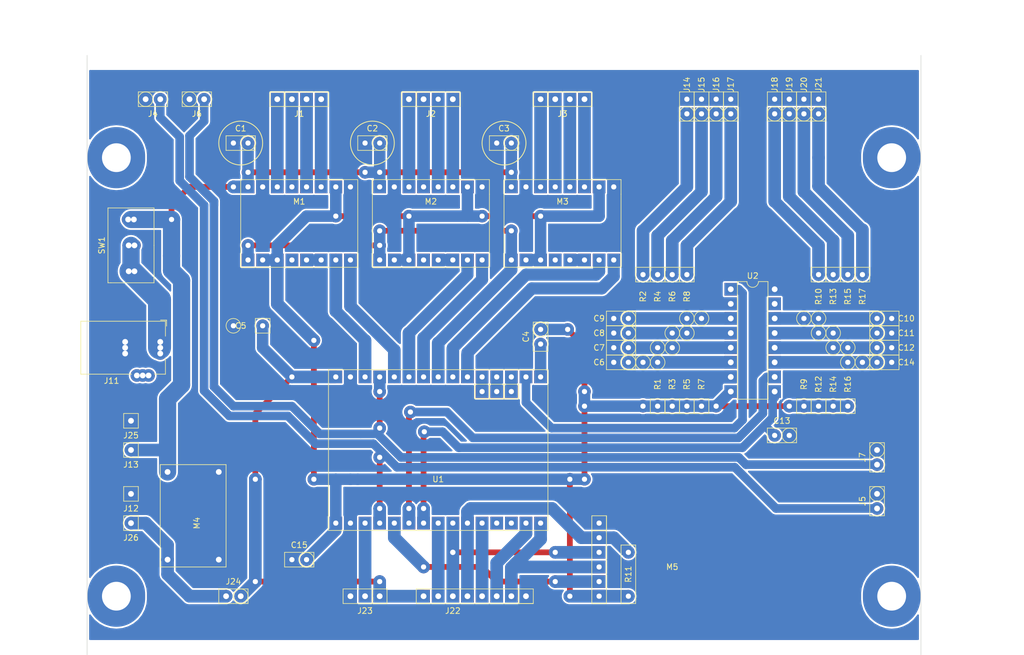
<source format=kicad_pcb>
(kicad_pcb (version 20171130) (host pcbnew "(5.1.6)-1")
  (layers (0 F.Cu signal) (31 B.Cu signal) (34 B.Paste user hide) (35 F.Paste user hide) (36 B.SilkS user hide) (37 F.SilkS user hide) (38 B.Mask user) (39 F.Mask user) (44 Edge.Cuts user))
  (net 0 "")
  (net 1 "Net-(C4-Pad2)")
  (net 2 "Net-(C6-Pad1)")
  (net 3 "Net-(C7-Pad1)")
  (net 4 "Net-(C8-Pad1)")
  (net 5 "Net-(C9-Pad1)")
  (net 6 "Net-(C10-Pad1)")
  (net 7 "Net-(C11-Pad1)")
  (net 8 "Net-(C12-Pad1)")
  (net 9 "Net-(J8-Pad1)")
  (net 10 "Net-(J9-Pad1)")
  (net 11 "Net-(J10-Pad1)")
  (net 12 "Net-(J11-Pad1)")
  (net 13 "Net-(J16-Pad1)")
  (net 14 "Net-(J17-Pad1)")
  (net 15 "Net-(J18-Pad1)")
  (net 16 "Net-(J19-Pad1)")
  (net 17 "Net-(J20-Pad1)")
  (net 18 "Net-(J21-Pad1)")
  (net 19 "Net-(M1-Pad3)")
  (net 20 "Net-(M1-Pad5)")
  (net 21 "Net-(M2-Pad3)")
  (net 22 "Net-(M2-Pad5)")
  (net 23 "Net-(M3-Pad5)")
  (net 24 "Net-(M3-Pad3)")
  (net 25 "Net-(U1-Pad18)")
  (net 26 "Net-(U1-Pad19)")
  (net 27 "Net-(U2-Pad15)")
  (net 28 +24V)
  (net 29 GND)
  (net 30 +3V3)
  (net 31 +5V)
  (net 32 SW_LATCH)
  (net 33 "Net-(C14-Pad1)")
  (net 34 "Net-(J1-Pad1)")
  (net 35 "Net-(J1-Pad2)")
  (net 36 "Net-(J1-Pad3)")
  (net 37 "Net-(J1-Pad4)")
  (net 38 "Net-(J2-Pad4)")
  (net 39 "Net-(J2-Pad3)")
  (net 40 "Net-(J2-Pad2)")
  (net 41 "Net-(J2-Pad1)")
  (net 42 "Net-(J3-Pad1)")
  (net 43 "Net-(J3-Pad2)")
  (net 44 "Net-(J3-Pad3)")
  (net 45 "Net-(J3-Pad4)")
  (net 46 PWM_1)
  (net 47 PWM_2)
  (net 48 "Net-(J14-Pad1)")
  (net 49 "Net-(J15-Pad1)")
  (net 50 X_DIR)
  (net 51 X_STEP)
  (net 52 STEP_EN)
  (net 53 Y_DIR)
  (net 54 Y_STEP)
  (net 55 Z_STEP)
  (net 56 Z_DIR)
  (net 57 MISO)
  (net 58 MCLK)
  (net 59 MOSI)
  (net 60 SD_CS)
  (net 61 SW_CLK)
  (net 62 TOUCH_CS)
  (net 63 TFT_DC)
  (net 64 TFT_CS)
  (net 65 SW_DATA)
  (net 66 LED)
  (net 67 "Net-(J24-Pad2)")
  (module cnc3018-PCB:SW_DPDT_BLUE_LEVER (layer F.Cu) (at 10.16 -68.58 270)
    (fp_text reference SW1 (at 0 5.08 90) (layer F.SilkS))
    (fp_text value POWER)
    (pad 1 thru_hole circle (at -4.5 -0.5 270) (size 2.2 2.2) (drill 1) (layers *.Cu *.Mask) (net 28 +24V))
    (pad 1 thru_hole circle (at -4.5 0.5 270) (size 2.2 2.2) (drill 1) (layers *.Cu *.Mask) (net 28 +24V))
    (pad 2 thru_hole circle (at 0 -0.6 270) (size 2.2 2.2) (drill 1) (layers *.Cu *.Mask) (net 12 "Net-(J11-Pad1)"))
    (pad 2 thru_hole circle (at 0 0.4 270) (size 2.2 2.2) (drill 1) (layers *.Cu *.Mask) (net 12 "Net-(J11-Pad1)"))
    (pad 3 thru_hole circle (at 4.5 -0.6 270) (size 2.2 2.2) (drill 1) (layers *.Cu *.Mask) (net 12 "Net-(J11-Pad1)"))
    (pad 3 thru_hole circle (at 4.5 0.4 270) (size 2.2 2.2) (drill 1) (layers *.Cu *.Mask) (net 12 "Net-(J11-Pad1)"))
  )
  (module cnc3018-PCB:myBarrelJack (layer F.Cu) (at 15.24 -50.8)
    (fp_text reference J11 (at -8.45 5.75) (layer F.SilkS))
    (fp_text value Jack-DC)
    (pad 3 thru_hole circle (at -2.032 4.826) (size 2.2 2.2) (drill 1) (layers *.Cu *.Mask))
    (pad 3 thru_hole circle (at -3.048 4.826) (size 2.2 2.2) (drill 1) (layers *.Cu *.Mask))
    (pad 3 thru_hole circle (at -4.064 4.826) (size 2.2 2.2) (drill 1) (layers *.Cu *.Mask))
    (pad 1 thru_hole circle (at 0 1.016) (size 2.2 2.2) (drill 1) (layers *.Cu *.Mask) (net 12 "Net-(J11-Pad1)"))
    (pad 1 thru_hole circle (at 0 0) (size 2.2 2.2) (drill 1) (layers *.Cu *.Mask) (net 12 "Net-(J11-Pad1)"))
    (pad 1 thru_hole circle (at 0 -1.016) (size 2.2 2.2) (drill 1) (layers *.Cu *.Mask) (net 12 "Net-(J11-Pad1)"))
    (pad 2 thru_hole circle (at -6.096 1.016) (size 2.2 2.2) (drill 1) (layers *.Cu *.Mask) (net 29 GND))
    (pad 2 thru_hole circle (at -6.096 0) (size 2.2 2.2) (drill 1) (layers *.Cu *.Mask) (net 29 GND))
    (pad 2 thru_hole circle (at -6.096 -1.016) (size 2.2 2.2) (drill 1) (layers *.Cu *.Mask) (net 29 GND))
  )
  (module cnc3018-PCB:mySkip2 (layer F.Cu) (at 106.68 -63.5 270)
    (fp_text reference R8 (at 3.81 0 90) (layer F.SilkS))
    (fp_text value 100)
    (pad 2 thru_hole circle (at 7.62 0 270) (size 2.2 2.2) (drill 0.9) (layers *.Cu *.Mask) (net 5 "Net-(C9-Pad1)"))
    (pad 1 thru_hole circle (at 0 0 270) (size 2.2 2.2) (drill 0.9) (layers *.Cu *.Mask) (net 14 "Net-(J17-Pad1)"))
  )
  (module cnc3018-PCB:my2pin (layer F.Cu) (at 109.22 -91.44 90)
    (fp_text reference J15 (at 5.08 0 90) (layer F.SilkS))
    (fp_text value X_LIM)
    (pad 1 thru_hole rect (at 0 0 90) (size 2.2 2.2) (drill 0.9) (layers *.Cu *.Mask) (net 49 "Net-(J15-Pad1)"))
    (pad 2 thru_hole rect (at 2.54 0 90) (size 2.2 2.2) (drill 0.9) (layers *.Cu *.Mask) (net 29 GND))
  )
  (module cnc3018-PCB:ESP32-DEV_0 (layer F.Cu) (at 63.5 -33.02)
    (fp_text reference U1 (at 0 5.08) (layer F.SilkS))
    (fp_text value ESP32_DEV_0)
    (pad 30 thru_hole rect (at -17.78 12.7) (size 2.2 2.2) (drill 0.9) (layers *.Cu *.Mask) (net 30 +3V3))
    (pad 29 thru_hole rect (at -15.24 12.7) (size 2.2 2.2) (drill 0.9) (layers *.Cu *.Mask) (net 29 GND))
    (pad 28 thru_hole rect (at -12.7 12.7) (size 2.2 2.2) (drill 0.9) (layers *.Cu *.Mask) (net 66 LED))
    (pad 27 thru_hole rect (at -10.16 12.7) (size 2.2 2.2) (drill 0.9) (layers *.Cu *.Mask) (net 46 PWM_1))
    (pad 26 thru_hole rect (at -7.62 12.7) (size 2.2 2.2) (drill 0.9) (layers *.Cu *.Mask) (net 60 SD_CS))
    (pad 25 thru_hole rect (at -5.08 12.7) (size 2.2 2.2) (drill 0.9) (layers *.Cu *.Mask) (net 61 SW_CLK))
    (pad 24 thru_hole rect (at -2.54 12.7) (size 2.2 2.2) (drill 0.9) (layers *.Cu *.Mask) (net 32 SW_LATCH))
    (pad 23 thru_hole rect (at 0 12.7) (size 2.2 2.2) (drill 0.9) (layers *.Cu *.Mask) (net 62 TOUCH_CS))
    (pad 22 thru_hole rect (at 2.54 12.7) (size 2.2 2.2) (drill 0.9) (layers *.Cu *.Mask) (net 58 MCLK))
    (pad 21 thru_hole rect (at 5.08 12.7) (size 2.2 2.2) (drill 0.9) (layers *.Cu *.Mask) (net 57 MISO))
    (pad 20 thru_hole rect (at 7.62 12.7) (size 2.2 2.2) (drill 0.9) (layers *.Cu *.Mask) (net 63 TFT_DC))
    (pad 19 thru_hole rect (at 10.16 12.7) (size 2.2 2.2) (drill 0.9) (layers *.Cu *.Mask) (net 26 "Net-(U1-Pad19)"))
    (pad 18 thru_hole rect (at 12.7 12.7) (size 2.2 2.2) (drill 0.9) (layers *.Cu *.Mask) (net 25 "Net-(U1-Pad18)"))
    (pad 17 thru_hole rect (at 15.24 12.7) (size 2.2 2.2) (drill 0.9) (layers *.Cu *.Mask) (net 64 TFT_CS))
    (pad 16 thru_hole rect (at 17.78 12.7) (size 2.2 2.2) (drill 0.9) (layers *.Cu *.Mask) (net 59 MOSI))
    (pad 15 thru_hole rect (at 17.78 -12.7) (size 2.2 2.2) (drill 0.9) (layers *.Cu *.Mask) (net 1 "Net-(C4-Pad2)"))
    (pad 14 thru_hole rect (at 15.24 -12.7) (size 2.2 2.2) (drill 0.9) (layers *.Cu *.Mask) (net 65 SW_DATA))
    (pad 13 thru_hole rect (at 12.7 -12.7) (size 2.2 2.2) (drill 0.9) (layers *.Cu *.Mask) (net 11 "Net-(J10-Pad1)"))
    (pad 12 thru_hole rect (at 10.16 -12.7) (size 2.2 2.2) (drill 0.9) (layers *.Cu *.Mask) (net 10 "Net-(J9-Pad1)"))
    (pad 11 thru_hole rect (at 7.62 -12.7) (size 2.2 2.2) (drill 0.9) (layers *.Cu *.Mask) (net 9 "Net-(J8-Pad1)"))
    (pad 10 thru_hole rect (at 5.08 -12.7) (size 2.2 2.2) (drill 0.9) (layers *.Cu *.Mask) (net 56 Z_DIR))
    (pad 9 thru_hole rect (at 2.54 -12.7) (size 2.2 2.2) (drill 0.9) (layers *.Cu *.Mask) (net 55 Z_STEP))
    (pad 8 thru_hole rect (at 0 -12.7) (size 2.2 2.2) (drill 0.9) (layers *.Cu *.Mask) (net 52 STEP_EN))
    (pad 7 thru_hole rect (at -2.54 -12.7) (size 2.2 2.2) (drill 0.9) (layers *.Cu *.Mask) (net 53 Y_DIR))
    (pad 6 thru_hole rect (at -5.08 -12.7) (size 2.2 2.2) (drill 0.9) (layers *.Cu *.Mask) (net 54 Y_STEP))
    (pad 5 thru_hole rect (at -7.62 -12.7) (size 2.2 2.2) (drill 0.9) (layers *.Cu *.Mask) (net 50 X_DIR))
    (pad 4 thru_hole rect (at -10.16 -12.7) (size 2.2 2.2) (drill 0.9) (layers *.Cu *.Mask) (net 47 PWM_2))
    (pad 3 thru_hole rect (at -12.7 -12.7) (size 2.2 2.2) (drill 0.9) (layers *.Cu *.Mask) (net 51 X_STEP))
    (pad 2 thru_hole rect (at -15.24 -12.7) (size 2.2 2.2) (drill 0.9) (layers *.Cu *.Mask) (net 29 GND))
    (pad 1 thru_hole rect (at -17.78 -12.7) (size 2.2 2.2) (drill 0.9) (layers *.Cu *.Mask) (net 31 +5V))
  )
  (module cnc3018-PCB:my2pin (layer F.Cu) (at 30.48 -86.36 180)
    (fp_text reference C1 (at 1.27 2.54) (layer F.SilkS))
    (fp_text value 100uf)
    (pad 1 thru_hole circle (at 0 0 180) (size 2.2 2.2) (drill 0.9) (layers *.Cu *.Mask) (net 28 +24V))
    (pad 2 thru_hole circle (at 2.54 0 180) (size 2.2 2.2) (drill 0.9) (layers *.Cu *.Mask) (net 29 GND))
  )
  (module cnc3018-PCB:my2pin (layer F.Cu) (at 53.34 -86.36 180)
    (fp_text reference C2 (at 1.27 2.54) (layer F.SilkS))
    (fp_text value 100uf)
    (pad 2 thru_hole circle (at 2.54 0 180) (size 2.2 2.2) (drill 0.9) (layers *.Cu *.Mask) (net 29 GND))
    (pad 1 thru_hole circle (at 0 0 180) (size 2.2 2.2) (drill 0.9) (layers *.Cu *.Mask) (net 28 +24V))
  )
  (module cnc3018-PCB:my2pin (layer F.Cu) (at 81.28 -53.975 270)
    (fp_text reference C4 (at 1.27 2.54 90) (layer F.SilkS))
    (fp_text value 10uF)
    (pad 1 thru_hole circle (at 0 0 270) (size 2.2 2.2) (drill 0.9) (layers *.Cu *.Mask) (net 30 +3V3))
    (pad 2 thru_hole circle (at 2.54 0 270) (size 2.2 2.2) (drill 0.9) (layers *.Cu *.Mask) (net 1 "Net-(C4-Pad2)"))
  )
  (module cnc3018-PCB:my2pin (layer F.Cu) (at 76.2 -86.36 180)
    (fp_text reference C3 (at 1.27 2.54) (layer F.SilkS))
    (fp_text value 100uf)
    (pad 1 thru_hole circle (at 0 0 180) (size 2.2 2.2) (drill 0.9) (layers *.Cu *.Mask) (net 28 +24V))
    (pad 2 thru_hole circle (at 2.54 0 180) (size 2.2 2.2) (drill 0.9) (layers *.Cu *.Mask) (net 29 GND))
  )
  (module cnc3018-PCB:my2pin (layer F.Cu) (at 96.52 -48.26 180)
    (fp_text reference C6 (at 5.08 0) (layer F.SilkS))
    (fp_text value 100nf)
    (pad 1 thru_hole circle (at 0 0 180) (size 2.2 2.2) (drill 0.9) (layers *.Cu *.Mask) (net 2 "Net-(C6-Pad1)"))
    (pad 2 thru_hole circle (at 2.54 0 180) (size 2.2 2.2) (drill 0.9) (layers *.Cu *.Mask) (net 29 GND))
  )
  (module cnc3018-PCB:my2pin (layer F.Cu) (at 96.52 -50.8 180)
    (fp_text reference C7 (at 5.08 0) (layer F.SilkS))
    (fp_text value 100nf)
    (pad 2 thru_hole circle (at 2.54 0 180) (size 2.2 2.2) (drill 0.9) (layers *.Cu *.Mask) (net 29 GND))
    (pad 1 thru_hole circle (at 0 0 180) (size 2.2 2.2) (drill 0.9) (layers *.Cu *.Mask) (net 3 "Net-(C7-Pad1)"))
  )
  (module cnc3018-PCB:my2pin (layer F.Cu) (at 96.52 -53.34 180)
    (fp_text reference C8 (at 5.08 0) (layer F.SilkS))
    (fp_text value 100nf)
    (pad 1 thru_hole circle (at 0 0 180) (size 2.2 2.2) (drill 0.9) (layers *.Cu *.Mask) (net 4 "Net-(C8-Pad1)"))
    (pad 2 thru_hole circle (at 2.54 0 180) (size 2.2 2.2) (drill 0.9) (layers *.Cu *.Mask) (net 29 GND))
  )
  (module cnc3018-PCB:my2pin (layer F.Cu) (at 96.52 -55.88 180)
    (fp_text reference C9 (at 5.08 0) (layer F.SilkS))
    (fp_text value 100nf)
    (pad 2 thru_hole circle (at 2.54 0 180) (size 2.2 2.2) (drill 0.9) (layers *.Cu *.Mask) (net 29 GND))
    (pad 1 thru_hole circle (at 0 0 180) (size 2.2 2.2) (drill 0.9) (layers *.Cu *.Mask) (net 5 "Net-(C9-Pad1)"))
  )
  (module cnc3018-PCB:my2pin (layer F.Cu) (at 139.7 -55.88)
    (fp_text reference C10 (at 5.08 0) (layer F.SilkS))
    (fp_text value 100nf)
    (pad 1 thru_hole circle (at 0 0) (size 2.2 2.2) (drill 0.9) (layers *.Cu *.Mask) (net 6 "Net-(C10-Pad1)"))
    (pad 2 thru_hole circle (at 2.54 0) (size 2.2 2.2) (drill 0.9) (layers *.Cu *.Mask) (net 29 GND))
  )
  (module cnc3018-PCB:my2pin (layer F.Cu) (at 139.7 -53.34)
    (fp_text reference C11 (at 5.08 0) (layer F.SilkS))
    (fp_text value 100nf)
    (pad 2 thru_hole circle (at 2.54 0) (size 2.2 2.2) (drill 0.9) (layers *.Cu *.Mask) (net 29 GND))
    (pad 1 thru_hole circle (at 0 0) (size 2.2 2.2) (drill 0.9) (layers *.Cu *.Mask) (net 7 "Net-(C11-Pad1)"))
  )
  (module cnc3018-PCB:my2pin (layer F.Cu) (at 139.7 -50.8)
    (fp_text reference C12 (at 5.08 0) (layer F.SilkS))
    (fp_text value 100nf)
    (pad 1 thru_hole circle (at 0 0) (size 2.2 2.2) (drill 0.9) (layers *.Cu *.Mask) (net 8 "Net-(C12-Pad1)"))
    (pad 2 thru_hole circle (at 2.54 0) (size 2.2 2.2) (drill 0.9) (layers *.Cu *.Mask) (net 29 GND))
  )
  (module cnc3018-PCB:my2pin (layer F.Cu) (at 139.7 -48.26)
    (fp_text reference C14 (at 5.08 0) (layer F.SilkS))
    (fp_text value 100nf)
    (pad 2 thru_hole circle (at 2.54 0) (size 2.2 2.2) (drill 0.9) (layers *.Cu *.Mask) (net 29 GND))
    (pad 1 thru_hole circle (at 0 0) (size 2.2 2.2) (drill 0.9) (layers *.Cu *.Mask) (net 33 "Net-(C14-Pad1)"))
  )
  (module cnc3018-PCB:my1pin (layer F.Cu) (at 71.12 -43.18)
    (fp_text reference J8 hide)
    (fp_text value bbb hide)
    (pad 1 thru_hole rect (at 0 0) (size 2.2 2.2) (drill 0.9) (layers *.Cu *.Mask) (net 9 "Net-(J8-Pad1)"))
  )
  (module cnc3018-PCB:my1pin (layer F.Cu) (at 73.66 -43.18)
    (fp_text reference J9 hide)
    (fp_text value bbb hide)
    (pad 1 thru_hole rect (at 0 0) (size 2.2 2.2) (drill 0.9) (layers *.Cu *.Mask) (net 10 "Net-(J9-Pad1)"))
  )
  (module cnc3018-PCB:my1pin (layer F.Cu) (at 76.2 -43.18)
    (fp_text reference J10 hide)
    (fp_text value bbb hide)
    (pad 1 thru_hole rect (at 0 0) (size 2.2 2.2) (drill 0.9) (layers *.Cu *.Mask) (net 11 "Net-(J10-Pad1)"))
  )
  (module cnc3018-PCB:my2pin (layer F.Cu) (at 106.68 -91.44 90)
    (fp_text reference J14 (at 5.08 0 90) (layer F.SilkS))
    (fp_text value X_ZERO)
    (pad 2 thru_hole rect (at 2.54 0 90) (size 2.2 2.2) (drill 0.9) (layers *.Cu *.Mask) (net 29 GND))
    (pad 1 thru_hole rect (at 0 0 90) (size 2.2 2.2) (drill 0.9) (layers *.Cu *.Mask) (net 48 "Net-(J14-Pad1)"))
  )
  (module cnc3018-PCB:my3pin (layer F.Cu) (at 50.8 -7.62 180)
    (fp_text reference J23 (at 0 -2.54) (layer F.SilkS))
    (fp_text value "WS2812B Strip")
    (pad 1 thru_hole rect (at -2.54 0 180) (size 2.2 2.2) (drill 1) (layers *.Cu *.Mask) (net 31 +5V))
    (pad 2 thru_hole rect (at 0 0 180) (size 2.2 2.2) (drill 1) (layers *.Cu *.Mask) (net 66 LED))
    (pad 3 thru_hole rect (at 2.54 0 180) (size 2.2 2.2) (drill 1) (layers *.Cu *.Mask) (net 29 GND))
  )
  (module cnc3018-PCB:my8Pin (layer F.Cu) (at 71.12 -7.62 180)
    (fp_text reference J22 (at 5.08 -2.54) (layer F.SilkS))
    (fp_text value Display)
    (pad 1 thru_hole rect (at -7.62 0 180) (size 2.2 2.2) (drill 1) (layers *.Cu *.Mask) (net 29 GND))
    (pad 2 thru_hole rect (at -5.08 0 180) (size 2.2 2.2) (drill 1) (layers *.Cu *.Mask) (net 59 MOSI))
    (pad 3 thru_hole rect (at -2.54 0 180) (size 2.2 2.2) (drill 1) (layers *.Cu *.Mask) (net 64 TFT_CS))
    (pad 4 thru_hole rect (at 0 0 180) (size 2.2 2.2) (drill 1) (layers *.Cu *.Mask) (net 63 TFT_DC))
    (pad 5 thru_hole rect (at 2.54 0 180) (size 2.2 2.2) (drill 1) (layers *.Cu *.Mask) (net 57 MISO))
    (pad 6 thru_hole rect (at 5.08 0 180) (size 2.2 2.2) (drill 1) (layers *.Cu *.Mask) (net 58 MCLK))
    (pad 7 thru_hole rect (at 7.62 0 180) (size 2.2 2.2) (drill 1) (layers *.Cu *.Mask) (net 62 TOUCH_CS))
    (pad 8 thru_hole rect (at 10.16 0 180) (size 2.2 2.2) (drill 1) (layers *.Cu *.Mask) (net 31 +5V))
  )
  (module cnc3018-PCB:my2pin (layer F.Cu) (at 111.76 -91.44 90)
    (fp_text reference J16 (at 5.08 0 90) (layer F.SilkS))
    (fp_text value Y_ZERO)
    (pad 2 thru_hole rect (at 2.54 0 90) (size 2.2 2.2) (drill 0.9) (layers *.Cu *.Mask) (net 29 GND))
    (pad 1 thru_hole rect (at 0 0 90) (size 2.2 2.2) (drill 0.9) (layers *.Cu *.Mask) (net 13 "Net-(J16-Pad1)"))
  )
  (module cnc3018-PCB:my2pin (layer F.Cu) (at 114.3 -91.44 90)
    (fp_text reference J17 (at 5.08 0 90) (layer F.SilkS))
    (fp_text value Y_LIM)
    (pad 2 thru_hole rect (at 2.54 0 90) (size 2.2 2.2) (drill 0.9) (layers *.Cu *.Mask) (net 29 GND))
    (pad 1 thru_hole rect (at 0 0 90) (size 2.2 2.2) (drill 0.9) (layers *.Cu *.Mask) (net 14 "Net-(J17-Pad1)"))
  )
  (module cnc3018-PCB:my2pin (layer F.Cu) (at 121.92 -91.44 90)
    (fp_text reference J18 (at 5.08 0 90) (layer F.SilkS))
    (fp_text value Z_ZERO)
    (pad 2 thru_hole rect (at 2.54 0 90) (size 2.2 2.2) (drill 0.9) (layers *.Cu *.Mask) (net 29 GND))
    (pad 1 thru_hole rect (at 0 0 90) (size 2.2 2.2) (drill 0.9) (layers *.Cu *.Mask) (net 15 "Net-(J18-Pad1)"))
  )
  (module cnc3018-PCB:my2pin (layer F.Cu) (at 124.46 -91.44 90)
    (fp_text reference J19 (at 5.08 0 90) (layer F.SilkS))
    (fp_text value Z_LIM)
    (pad 1 thru_hole rect (at 0 0 90) (size 2.2 2.2) (drill 0.9) (layers *.Cu *.Mask) (net 16 "Net-(J19-Pad1)"))
    (pad 2 thru_hole rect (at 2.54 0 90) (size 2.2 2.2) (drill 0.9) (layers *.Cu *.Mask) (net 29 GND))
  )
  (module cnc3018-PCB:my2pin (layer F.Cu) (at 127 -91.44 90)
    (fp_text reference J20 (at 5.08 0 90) (layer F.SilkS))
    (fp_text value PROBE)
    (pad 1 thru_hole rect (at 0 0 90) (size 2.2 2.2) (drill 0.9) (layers *.Cu *.Mask) (net 17 "Net-(J20-Pad1)"))
    (pad 2 thru_hole rect (at 2.54 0 90) (size 2.2 2.2) (drill 0.9) (layers *.Cu *.Mask) (net 29 GND))
  )
  (module cnc3018-PCB:my2pin (layer F.Cu) (at 129.54 -91.44 90)
    (fp_text reference J21 (at 5.08 0 90) (layer F.SilkS))
    (fp_text value UNUSED)
    (pad 2 thru_hole rect (at 2.54 0 90) (size 2.2 2.2) (drill 0.9) (layers *.Cu *.Mask) (net 29 GND))
    (pad 1 thru_hole rect (at 0 0 90) (size 2.2 2.2) (drill 0.9) (layers *.Cu *.Mask) (net 18 "Net-(J21-Pad1)"))
  )
  (module cnc3018-PCB:a498 (layer F.Cu) (at 40.64 -71.12 180)
    (fp_text reference M1 (at 1.27 5.08) (layer F.SilkS))
    (fp_text value A4988 hide)
    (pad 1 thru_hole rect (at -7.62 -5.08 180) (size 2.2 2.2) (drill 0.9) (layers *.Cu *.Mask) (net 50 X_DIR))
    (pad 2 thru_hole rect (at -5.08 -5.08 180) (size 2.2 2.2) (drill 0.9) (layers *.Cu *.Mask) (net 51 X_STEP))
    (pad 3 thru_hole rect (at -2.54 -5.08 180) (size 2.2 2.2) (drill 0.9) (layers *.Cu *.Mask) (net 19 "Net-(M1-Pad3)"))
    (pad 4 thru_hole rect (at 0 -5.08 180) (size 2.2 2.2) (drill 0.9) (layers *.Cu *.Mask) (net 19 "Net-(M1-Pad3)"))
    (pad 5 thru_hole rect (at 2.54 -5.08 180) (size 2.2 2.2) (drill 0.9) (layers *.Cu *.Mask) (net 20 "Net-(M1-Pad5)"))
    (pad 6 thru_hole rect (at 5.08 -5.08 180) (size 2.2 2.2) (drill 0.9) (layers *.Cu *.Mask) (net 30 +3V3))
    (pad 7 thru_hole rect (at 7.62 -5.08 180) (size 2.2 2.2) (drill 0.9) (layers *.Cu *.Mask) (net 30 +3V3))
    (pad 8 thru_hole rect (at 10.16 -5.08 180) (size 2.2 2.2) (drill 0.9) (layers *.Cu *.Mask) (net 52 STEP_EN))
    (pad 16 thru_hole rect (at -7.62 7.62 180) (size 2.2 2.2) (drill 0.9) (layers *.Cu *.Mask) (net 29 GND))
    (pad 15 thru_hole rect (at -5.08 7.62 180) (size 2.2 2.2) (drill 0.9) (layers *.Cu *.Mask) (net 30 +3V3))
    (pad 14 thru_hole rect (at -2.54 7.62 180) (size 2.2 2.2) (drill 0.9) (layers *.Cu *.Mask) (net 37 "Net-(J1-Pad4)"))
    (pad 13 thru_hole rect (at 0 7.62 180) (size 2.2 2.2) (drill 0.9) (layers *.Cu *.Mask) (net 36 "Net-(J1-Pad3)"))
    (pad 12 thru_hole rect (at 2.54 7.62 180) (size 2.2 2.2) (drill 0.9) (layers *.Cu *.Mask) (net 35 "Net-(J1-Pad2)"))
    (pad 11 thru_hole rect (at 5.08 7.62 180) (size 2.2 2.2) (drill 0.9) (layers *.Cu *.Mask) (net 34 "Net-(J1-Pad1)"))
    (pad 10 thru_hole rect (at 7.62 7.62 180) (size 2.2 2.2) (drill 0.9) (layers *.Cu *.Mask) (net 29 GND))
    (pad 9 thru_hole rect (at 10.16 7.62 180) (size 2.2 2.2) (drill 0.9) (layers *.Cu *.Mask) (net 28 +24V))
  )
  (module cnc3018-PCB:a498 (layer F.Cu) (at 63.5 -71.12 180)
    (fp_text reference M2 (at 1.27 5.08) (layer F.SilkS))
    (fp_text value A4988 hide)
    (pad 1 thru_hole rect (at -7.62 -5.08 180) (size 2.2 2.2) (drill 0.9) (layers *.Cu *.Mask) (net 53 Y_DIR))
    (pad 2 thru_hole rect (at -5.08 -5.08 180) (size 2.2 2.2) (drill 0.9) (layers *.Cu *.Mask) (net 54 Y_STEP))
    (pad 3 thru_hole rect (at -2.54 -5.08 180) (size 2.2 2.2) (drill 0.9) (layers *.Cu *.Mask) (net 21 "Net-(M2-Pad3)"))
    (pad 4 thru_hole rect (at 0 -5.08 180) (size 2.2 2.2) (drill 0.9) (layers *.Cu *.Mask) (net 21 "Net-(M2-Pad3)"))
    (pad 5 thru_hole rect (at 2.54 -5.08 180) (size 2.2 2.2) (drill 0.9) (layers *.Cu *.Mask) (net 22 "Net-(M2-Pad5)"))
    (pad 6 thru_hole rect (at 5.08 -5.08 180) (size 2.2 2.2) (drill 0.9) (layers *.Cu *.Mask) (net 30 +3V3))
    (pad 7 thru_hole rect (at 7.62 -5.08 180) (size 2.2 2.2) (drill 0.9) (layers *.Cu *.Mask) (net 30 +3V3))
    (pad 8 thru_hole rect (at 10.16 -5.08 180) (size 2.2 2.2) (drill 0.9) (layers *.Cu *.Mask) (net 52 STEP_EN))
    (pad 16 thru_hole rect (at -7.62 7.62 180) (size 2.2 2.2) (drill 0.9) (layers *.Cu *.Mask) (net 29 GND))
    (pad 15 thru_hole rect (at -5.08 7.62 180) (size 2.2 2.2) (drill 0.9) (layers *.Cu *.Mask) (net 30 +3V3))
    (pad 14 thru_hole rect (at -2.54 7.62 180) (size 2.2 2.2) (drill 0.9) (layers *.Cu *.Mask) (net 38 "Net-(J2-Pad4)"))
    (pad 13 thru_hole rect (at 0 7.62 180) (size 2.2 2.2) (drill 0.9) (layers *.Cu *.Mask) (net 39 "Net-(J2-Pad3)"))
    (pad 12 thru_hole rect (at 2.54 7.62 180) (size 2.2 2.2) (drill 0.9) (layers *.Cu *.Mask) (net 40 "Net-(J2-Pad2)"))
    (pad 11 thru_hole rect (at 5.08 7.62 180) (size 2.2 2.2) (drill 0.9) (layers *.Cu *.Mask) (net 41 "Net-(J2-Pad1)"))
    (pad 10 thru_hole rect (at 7.62 7.62 180) (size 2.2 2.2) (drill 0.9) (layers *.Cu *.Mask) (net 29 GND))
    (pad 9 thru_hole rect (at 10.16 7.62 180) (size 2.2 2.2) (drill 0.9) (layers *.Cu *.Mask) (net 28 +24V))
  )
  (module cnc3018-PCB:a498 (layer F.Cu) (at 86.36 -71.12 180)
    (fp_text reference M3 (at 1.27 5.08) (layer F.SilkS))
    (fp_text value A4988)
    (pad 9 thru_hole rect (at 10.16 7.62 180) (size 2.2 2.2) (drill 0.9) (layers *.Cu *.Mask) (net 28 +24V))
    (pad 10 thru_hole rect (at 7.62 7.62 180) (size 2.2 2.2) (drill 0.9) (layers *.Cu *.Mask) (net 29 GND))
    (pad 11 thru_hole rect (at 5.08 7.62 180) (size 2.2 2.2) (drill 0.9) (layers *.Cu *.Mask) (net 42 "Net-(J3-Pad1)"))
    (pad 12 thru_hole rect (at 2.54 7.62 180) (size 2.2 2.2) (drill 0.9) (layers *.Cu *.Mask) (net 43 "Net-(J3-Pad2)"))
    (pad 13 thru_hole rect (at 0 7.62 180) (size 2.2 2.2) (drill 0.9) (layers *.Cu *.Mask) (net 44 "Net-(J3-Pad3)"))
    (pad 14 thru_hole rect (at -2.54 7.62 180) (size 2.2 2.2) (drill 0.9) (layers *.Cu *.Mask) (net 45 "Net-(J3-Pad4)"))
    (pad 15 thru_hole rect (at -5.08 7.62 180) (size 2.2 2.2) (drill 0.9) (layers *.Cu *.Mask) (net 30 +3V3))
    (pad 16 thru_hole rect (at -7.62 7.62 180) (size 2.2 2.2) (drill 0.9) (layers *.Cu *.Mask) (net 29 GND))
    (pad 8 thru_hole rect (at 10.16 -5.08 180) (size 2.2 2.2) (drill 0.9) (layers *.Cu *.Mask) (net 52 STEP_EN))
    (pad 7 thru_hole rect (at 7.62 -5.08 180) (size 2.2 2.2) (drill 0.9) (layers *.Cu *.Mask) (net 30 +3V3))
    (pad 6 thru_hole rect (at 5.08 -5.08 180) (size 2.2 2.2) (drill 0.9) (layers *.Cu *.Mask) (net 30 +3V3))
    (pad 5 thru_hole rect (at 2.54 -5.08 180) (size 2.2 2.2) (drill 0.9) (layers *.Cu *.Mask) (net 23 "Net-(M3-Pad5)"))
    (pad 4 thru_hole rect (at 0 -5.08 180) (size 2.2 2.2) (drill 0.9) (layers *.Cu *.Mask) (net 24 "Net-(M3-Pad3)"))
    (pad 3 thru_hole rect (at -2.54 -5.08 180) (size 2.2 2.2) (drill 0.9) (layers *.Cu *.Mask) (net 24 "Net-(M3-Pad3)"))
    (pad 2 thru_hole rect (at -5.08 -5.08 180) (size 2.2 2.2) (drill 0.9) (layers *.Cu *.Mask) (net 55 Z_STEP))
    (pad 1 thru_hole rect (at -7.62 -5.08 180) (size 2.2 2.2) (drill 0.9) (layers *.Cu *.Mask) (net 56 Z_DIR))
  )
  (module cnc3018-PCB:my6Pin (layer F.Cu) (at 91.44 -20.32 270)
    (fp_text reference M5 (at 7.62 -12.7 180) (layer F.SilkS))
    (fp_text value SD_TYP0)
    (pad 1 thru_hole rect (at 0 0 270) (size 2.2 2.2) (drill 0.9) (layers *.Cu *.Mask) (net 29 GND))
    (pad 2 thru_hole rect (at 2.54 0 270) (size 2.2 2.2) (drill 0.9) (layers *.Cu *.Mask) (net 57 MISO))
    (pad 3 thru_hole rect (at 5.08 0 270) (size 2.2 2.2) (drill 0.9) (layers *.Cu *.Mask) (net 58 MCLK))
    (pad 4 thru_hole rect (at 7.62 0 270) (size 2.2 2.2) (drill 0.9) (layers *.Cu *.Mask) (net 59 MOSI))
    (pad 5 thru_hole rect (at 10.16 0 270) (size 2.2 2.2) (drill 0.9) (layers *.Cu *.Mask) (net 60 SD_CS))
    (pad 6 thru_hole rect (at 12.7 0 270) (size 2.2 2.2) (drill 0.9) (layers *.Cu *.Mask) (net 30 +3V3))
  )
  (module cnc3018-PCB:myResistor (layer F.Cu) (at 96.52 -7.62 90)
    (fp_text reference R11 (at 3.81 0 90) (layer F.SilkS))
    (fp_text value 10K)
    (pad 1 thru_hole circle (at 0 0 90) (size 2.2 2.2) (drill 0.9) (layers *.Cu *.Mask) (net 30 +3V3))
    (pad 2 thru_hole circle (at 7.62 0 90) (size 2.2 2.2) (drill 0.9) (layers *.Cu *.Mask) (net 57 MISO))
  )
  (module cnc3018-PCB:mySkip2 (layer F.Cu) (at 101.6 -40.64 90)
    (fp_text reference R1 (at 3.81 0 90) (layer F.SilkS))
    (fp_text value 10K)
    (pad 1 thru_hole circle (at 0 0 90) (size 2.2 2.2) (drill 0.9) (layers *.Cu *.Mask) (net 30 +3V3))
    (pad 2 thru_hole circle (at 7.62 0 90) (size 2.2 2.2) (drill 0.9) (layers *.Cu *.Mask) (net 2 "Net-(C6-Pad1)"))
  )
  (module cnc3018-PCB:mySkip5 (layer F.Cu) (at 99.06 -63.5 270)
    (fp_text reference R2 (at 3.81 0 90) (layer F.SilkS))
    (fp_text value 100)
    (pad 2 thru_hole circle (at 15.24 0 270) (size 2.2 2.2) (drill 0.9) (layers *.Cu *.Mask) (net 2 "Net-(C6-Pad1)"))
    (pad 1 thru_hole circle (at 0 0 270) (size 2.2 2.2) (drill 0.9) (layers *.Cu *.Mask) (net 48 "Net-(J14-Pad1)"))
  )
  (module cnc3018-PCB:mySkip3 (layer F.Cu) (at 104.14 -40.64 90)
    (fp_text reference R3 (at 3.81 0 90) (layer F.SilkS))
    (fp_text value 10K)
    (pad 1 thru_hole circle (at 0 0 90) (size 2.2 2.2) (drill 0.9) (layers *.Cu *.Mask) (net 30 +3V3))
    (pad 2 thru_hole circle (at 10.16 0 90) (size 2.2 2.2) (drill 0.9) (layers *.Cu *.Mask) (net 3 "Net-(C7-Pad1)"))
  )
  (module cnc3018-PCB:mySkip4 (layer F.Cu) (at 101.6 -63.5 270)
    (fp_text reference R4 (at 3.81 0 90) (layer F.SilkS))
    (fp_text value 100)
    (pad 2 thru_hole circle (at 12.7 0 270) (size 2.2 2.2) (drill 0.9) (layers *.Cu *.Mask) (net 3 "Net-(C7-Pad1)"))
    (pad 1 thru_hole circle (at 0 0 270) (size 2.2 2.2) (drill 0.9) (layers *.Cu *.Mask) (net 49 "Net-(J15-Pad1)"))
  )
  (module cnc3018-PCB:mySkip4 (layer F.Cu) (at 106.68 -40.64 90)
    (fp_text reference R5 (at 3.81 0 90) (layer F.SilkS))
    (fp_text value 10K)
    (pad 2 thru_hole circle (at 12.7 0 90) (size 2.2 2.2) (drill 0.9) (layers *.Cu *.Mask) (net 4 "Net-(C8-Pad1)"))
    (pad 1 thru_hole circle (at 0 0 90) (size 2.2 2.2) (drill 0.9) (layers *.Cu *.Mask) (net 30 +3V3))
  )
  (module cnc3018-PCB:mySkip3 (layer F.Cu) (at 104.14 -63.5 270)
    (fp_text reference R6 (at 3.81 0 90) (layer F.SilkS))
    (fp_text value 100)
    (pad 2 thru_hole circle (at 10.16 0 270) (size 2.2 2.2) (drill 0.9) (layers *.Cu *.Mask) (net 4 "Net-(C8-Pad1)"))
    (pad 1 thru_hole circle (at 0 0 270) (size 2.2 2.2) (drill 0.9) (layers *.Cu *.Mask) (net 13 "Net-(J16-Pad1)"))
  )
  (module cnc3018-PCB:mySkip5 (layer F.Cu) (at 109.22 -40.64 90)
    (fp_text reference R7 (at 3.81 0 90) (layer F.SilkS))
    (fp_text value 10K)
    (pad 2 thru_hole circle (at 15.24 0 90) (size 2.2 2.2) (drill 0.9) (layers *.Cu *.Mask) (net 5 "Net-(C9-Pad1)"))
    (pad 1 thru_hole circle (at 0 0 90) (size 2.2 2.2) (drill 0.9) (layers *.Cu *.Mask) (net 30 +3V3))
  )
  (module cnc3018-PCB:mySkip5 (layer F.Cu) (at 127 -40.64 90)
    (fp_text reference R9 (at 3.81 0 90) (layer F.SilkS))
    (fp_text value 10K)
    (pad 1 thru_hole circle (at 0 0 90) (size 2.2 2.2) (drill 0.9) (layers *.Cu *.Mask) (net 30 +3V3))
    (pad 2 thru_hole circle (at 15.24 0 90) (size 2.2 2.2) (drill 0.9) (layers *.Cu *.Mask) (net 6 "Net-(C10-Pad1)"))
  )
  (module cnc3018-PCB:mySkip2 (layer F.Cu) (at 129.54 -63.5 270)
    (fp_text reference R10 (at 3.81 0 90) (layer F.SilkS))
    (fp_text value 100)
    (pad 1 thru_hole circle (at 0 0 270) (size 2.2 2.2) (drill 0.9) (layers *.Cu *.Mask) (net 15 "Net-(J18-Pad1)"))
    (pad 2 thru_hole circle (at 7.62 0 270) (size 2.2 2.2) (drill 0.9) (layers *.Cu *.Mask) (net 6 "Net-(C10-Pad1)"))
  )
  (module cnc3018-PCB:mySkip4 (layer F.Cu) (at 129.54 -40.64 90)
    (fp_text reference R12 (at 3.81 0 90) (layer F.SilkS))
    (fp_text value 10K)
    (pad 1 thru_hole circle (at 0 0 90) (size 2.2 2.2) (drill 0.9) (layers *.Cu *.Mask) (net 30 +3V3))
    (pad 2 thru_hole circle (at 12.7 0 90) (size 2.2 2.2) (drill 0.9) (layers *.Cu *.Mask) (net 7 "Net-(C11-Pad1)"))
  )
  (module cnc3018-PCB:mySkip3 (layer F.Cu) (at 132.08 -63.5 270)
    (fp_text reference R13 (at 3.81 0 90) (layer F.SilkS))
    (fp_text value 100)
    (pad 1 thru_hole circle (at 0 0 270) (size 2.2 2.2) (drill 0.9) (layers *.Cu *.Mask) (net 16 "Net-(J19-Pad1)"))
    (pad 2 thru_hole circle (at 10.16 0 270) (size 2.2 2.2) (drill 0.9) (layers *.Cu *.Mask) (net 7 "Net-(C11-Pad1)"))
  )
  (module cnc3018-PCB:mySkip3 (layer F.Cu) (at 132.08 -40.64 90)
    (fp_text reference R14 (at 3.81 0 90) (layer F.SilkS))
    (fp_text value 10K)
    (pad 2 thru_hole circle (at 10.16 0 90) (size 2.2 2.2) (drill 0.9) (layers *.Cu *.Mask) (net 8 "Net-(C12-Pad1)"))
    (pad 1 thru_hole circle (at 0 0 90) (size 2.2 2.2) (drill 0.9) (layers *.Cu *.Mask) (net 30 +3V3))
  )
  (module cnc3018-PCB:mySkip4 (layer F.Cu) (at 134.62 -63.5 270)
    (fp_text reference R15 (at 3.81 0 90) (layer F.SilkS))
    (fp_text value 100)
    (pad 1 thru_hole circle (at 0 0 270) (size 2.2 2.2) (drill 0.9) (layers *.Cu *.Mask) (net 17 "Net-(J20-Pad1)"))
    (pad 2 thru_hole circle (at 12.7 0 270) (size 2.2 2.2) (drill 0.9) (layers *.Cu *.Mask) (net 8 "Net-(C12-Pad1)"))
  )
  (module cnc3018-PCB:mySkip2 (layer F.Cu) (at 134.62 -40.64 90)
    (fp_text reference R16 (at 3.81 0 90) (layer F.SilkS))
    (fp_text value 10K)
    (pad 2 thru_hole circle (at 7.62 0 90) (size 2.2 2.2) (drill 0.9) (layers *.Cu *.Mask) (net 33 "Net-(C14-Pad1)"))
    (pad 1 thru_hole circle (at 0 0 90) (size 2.2 2.2) (drill 0.9) (layers *.Cu *.Mask) (net 30 +3V3))
  )
  (module cnc3018-PCB:mySkip5 (layer F.Cu) (at 137.16 -63.5 270)
    (fp_text reference R17 (at 3.81 0 90) (layer F.SilkS))
    (fp_text value 100)
    (pad 1 thru_hole circle (at 0 0 270) (size 2.2 2.2) (drill 0.9) (layers *.Cu *.Mask) (net 18 "Net-(J21-Pad1)"))
    (pad 2 thru_hole circle (at 15.24 0 270) (size 2.2 2.2) (drill 0.9) (layers *.Cu *.Mask) (net 33 "Net-(C14-Pad1)"))
  )
  (module cnc3018-PCB:myDip16 (layer F.Cu) (at 114.3 -60.96)
    (fp_text reference U2 (at 3.81 -2.33) (layer F.SilkS))
    (fp_text value 74HC165)
    (pad 1 thru_hole rect (at 0 0) (size 2.2 2.2) (drill 1) (layers *.Cu *.Mask) (net 65 SW_DATA))
    (pad 9 thru_hole rect (at 7.62 17.78) (size 2.2 2.2) (drill 1) (layers *.Cu *.Mask) (net 32 SW_LATCH))
    (pad 2 thru_hole rect (at 0 2.54) (size 2.2 2.2) (drill 1) (layers *.Cu *.Mask) (net 29 GND))
    (pad 10 thru_hole rect (at 7.62 15.24) (size 2.2 2.2) (drill 1) (layers *.Cu *.Mask) (net 61 SW_CLK))
    (pad 3 thru_hole rect (at 0 5.08) (size 2.2 2.2) (drill 1) (layers *.Cu *.Mask) (net 5 "Net-(C9-Pad1)"))
    (pad 11 thru_hole rect (at 7.62 12.7) (size 2.2 2.2) (drill 1) (layers *.Cu *.Mask) (net 33 "Net-(C14-Pad1)"))
    (pad 4 thru_hole rect (at 0 7.62) (size 2.2 2.2) (drill 1) (layers *.Cu *.Mask) (net 4 "Net-(C8-Pad1)"))
    (pad 12 thru_hole rect (at 7.62 10.16) (size 2.2 2.2) (drill 1) (layers *.Cu *.Mask) (net 8 "Net-(C12-Pad1)"))
    (pad 5 thru_hole rect (at 0 10.16) (size 2.2 2.2) (drill 1) (layers *.Cu *.Mask) (net 3 "Net-(C7-Pad1)"))
    (pad 13 thru_hole rect (at 7.62 7.62) (size 2.2 2.2) (drill 1) (layers *.Cu *.Mask) (net 7 "Net-(C11-Pad1)"))
    (pad 6 thru_hole rect (at 0 12.7) (size 2.2 2.2) (drill 1) (layers *.Cu *.Mask) (net 2 "Net-(C6-Pad1)"))
    (pad 14 thru_hole rect (at 7.62 5.08) (size 2.2 2.2) (drill 1) (layers *.Cu *.Mask) (net 6 "Net-(C10-Pad1)"))
    (pad 7 thru_hole rect (at 0 15.24) (size 2.2 2.2) (drill 1) (layers *.Cu *.Mask) (net 29 GND))
    (pad 15 thru_hole rect (at 7.62 2.54) (size 2.2 2.2) (drill 1) (layers *.Cu *.Mask) (net 27 "Net-(U2-Pad15)"))
    (pad 8 thru_hole rect (at 0 17.78) (size 2.2 2.2) (drill 1) (layers *.Cu *.Mask) (net 30 +3V3))
    (pad 16 thru_hole rect (at 7.62 0) (size 2.2 2.2) (drill 1) (layers *.Cu *.Mask) (net 29 GND))
  )
  (module cnc3018-PCB:my2pin (layer F.Cu) (at 124.46 -35.56 180)
    (fp_text reference C13 (at 1.27 2.54) (layer F.SilkS))
    (fp_text value 472nf)
    (pad 1 thru_hole circle (at 0 0 180) (size 2.2 2.2) (drill 0.9) (layers *.Cu *.Mask) (net 29 GND))
    (pad 2 thru_hole circle (at 2.54 0 180) (size 2.2 2.2) (drill 0.9) (layers *.Cu *.Mask) (net 32 SW_LATCH))
  )
  (module cnc3018-PCB:my4pin (layer F.Cu) (at 35.56 -93.98)
    (fp_text reference J1 (at 3.81 2.54) (layer F.SilkS))
    (fp_text value X_AXIS)
    (pad 1 thru_hole rect (at 0 0) (size 2.2 2.2) (drill 1) (layers *.Cu *.Mask) (net 34 "Net-(J1-Pad1)"))
    (pad 2 thru_hole rect (at 2.54 0) (size 2.2 2.2) (drill 1) (layers *.Cu *.Mask) (net 35 "Net-(J1-Pad2)"))
    (pad 3 thru_hole rect (at 5.08 0) (size 2.2 2.2) (drill 1) (layers *.Cu *.Mask) (net 36 "Net-(J1-Pad3)"))
    (pad 4 thru_hole rect (at 7.62 0) (size 2.2 2.2) (drill 1) (layers *.Cu *.Mask) (net 37 "Net-(J1-Pad4)"))
  )
  (module cnc3018-PCB:my4pin (layer F.Cu) (at 58.42 -93.98)
    (fp_text reference J2 (at 3.81 2.54) (layer F.SilkS))
    (fp_text value Y_AXIS)
    (pad 4 thru_hole rect (at 7.62 0) (size 2.2 2.2) (drill 1) (layers *.Cu *.Mask) (net 38 "Net-(J2-Pad4)"))
    (pad 3 thru_hole rect (at 5.08 0) (size 2.2 2.2) (drill 0.9) (layers *.Cu *.Mask) (net 39 "Net-(J2-Pad3)"))
    (pad 2 thru_hole rect (at 2.54 0) (size 2.2 2.2) (drill 1) (layers *.Cu *.Mask) (net 40 "Net-(J2-Pad2)"))
    (pad 1 thru_hole rect (at 0 0) (size 2.2 2.2) (drill 1) (layers *.Cu *.Mask) (net 41 "Net-(J2-Pad1)"))
  )
  (module cnc3018-PCB:my4pin (layer F.Cu) (at 81.28 -93.98)
    (fp_text reference J3 (at 3.81 2.54) (layer F.SilkS))
    (fp_text value Z_AXIS)
    (pad 1 thru_hole rect (at 0 0) (size 2.2 2.2) (drill 1) (layers *.Cu *.Mask) (net 42 "Net-(J3-Pad1)"))
    (pad 2 thru_hole rect (at 2.54 0) (size 2.2 2.2) (drill 1) (layers *.Cu *.Mask) (net 43 "Net-(J3-Pad2)"))
    (pad 3 thru_hole rect (at 5.08 0) (size 2.2 2.2) (drill 1) (layers *.Cu *.Mask) (net 44 "Net-(J3-Pad3)"))
    (pad 4 thru_hole rect (at 7.62 0) (size 2.2 2.2) (drill 1) (layers *.Cu *.Mask) (net 45 "Net-(J3-Pad4)"))
  )
  (module cnc3018-PCB:my2pin (layer F.Cu) (at 12.7 -93.98)
    (fp_text reference J4 (at 1.27 2.54) (layer F.SilkS))
    (fp_text value PWM_1A)
    (pad 1 thru_hole circle (at 0 0) (size 2.2 2.2) (drill 1) (layers *.Cu *.Mask) (net 29 GND))
    (pad 2 thru_hole circle (at 2.54 0) (size 2.2 2.2) (drill 1) (layers *.Cu *.Mask) (net 46 PWM_1))
  )
  (module cnc3018-PCB:my2pin (layer F.Cu) (at 139.7 -25.4 270)
    (fp_text reference J5 (at 1.27 2.54 90) (layer F.SilkS))
    (fp_text value PWM_1B)
    (pad 2 thru_hole circle (at 2.54 0 270) (size 2.2 2.2) (drill 1) (layers *.Cu *.Mask) (net 46 PWM_1))
    (pad 1 thru_hole circle (at 0 0 270) (size 2.2 2.2) (drill 1) (layers *.Cu *.Mask) (net 29 GND))
  )
  (module cnc3018-PCB:my2pin (layer F.Cu) (at 20.32 -93.98)
    (fp_text reference J6 (at 1.27 2.54) (layer F.SilkS))
    (fp_text value PWM_2A)
    (pad 1 thru_hole circle (at 0 0) (size 2.2 2.2) (drill 1) (layers *.Cu *.Mask) (net 29 GND))
    (pad 2 thru_hole circle (at 2.54 0) (size 2.2 2.2) (drill 1) (layers *.Cu *.Mask) (net 47 PWM_2))
  )
  (module cnc3018-PCB:my2pin (layer F.Cu) (at 139.7 -33.02 270)
    (fp_text reference J7 (at 1.27 2.54 90) (layer F.SilkS))
    (fp_text value PWM_2B)
    (pad 2 thru_hole circle (at 2.54 0 270) (size 2.2 2.2) (drill 1) (layers *.Cu *.Mask) (net 47 PWM_2))
    (pad 1 thru_hole circle (at 0 0 270) (size 2.2 2.2) (drill 1) (layers *.Cu *.Mask) (net 29 GND))
  )
  (module cnc3018-PCB:BUCK01 (layer F.Cu) (at 25.4 -24.13 270)
    (fp_text reference M4 (at 3.81 3.81 90) (layer F.SilkS))
    (fp_text value BUCK01)
    (pad 1 thru_hole circle (at -5.08 0 270) (size 2.2 2.2) (drill 1) (layers *.Cu *.Mask) (net 29 GND))
    (pad 2 thru_hole circle (at 10.16 0 270) (size 2.2 2.2) (drill 1) (layers *.Cu *.Mask) (net 29 GND))
    (pad 3 thru_hole circle (at 10.16 8.89 270) (size 2.2 2.2) (drill 1) (layers *.Cu *.Mask) (net 67 "Net-(J24-Pad2)"))
    (pad 4 thru_hole circle (at -5.08 8.89 270) (size 2.2 2.2) (drill 1) (layers *.Cu *.Mask) (net 28 +24V))
  )
  (module cnc3018-PCB:my2pin (layer F.Cu) (at 29.21 -7.62 180)
    (fp_text reference J24 (at 1.27 2.54) (layer F.SilkS))
    (fp_text value "5V Jumper")
    (pad 1 thru_hole circle (at 0 0 180) (size 2.2 2.2) (drill 1) (layers *.Cu *.Mask) (net 31 +5V))
    (pad 2 thru_hole circle (at 2.54 0 180) (size 2.2 2.2) (drill 1) (layers *.Cu *.Mask) (net 67 "Net-(J24-Pad2)"))
  )
  (module cnc3018-PCB:my1pin (layer F.Cu) (at 10.16 -25.4)
    (fp_text reference J12 (at 0 2.54) (layer F.SilkS))
    (fp_text value bbb)
    (pad 1 thru_hole circle (at 0 0) (size 2.2 2.2) (drill 1) (layers *.Cu *.Mask) (net 29 GND))
  )
  (module cnc3018-PCB:my1pin (layer F.Cu) (at 10.16 -33.02)
    (fp_text reference J13 (at 0 2.54) (layer F.SilkS))
    (fp_text value bbb hide)
    (pad 1 thru_hole circle (at 0 0) (size 2.2 2.2) (drill 1) (layers *.Cu *.Mask) (net 28 +24V))
  )
  (module cnc3018-PCB:my1pin (layer F.Cu) (at 10.16 -38.1)
    (fp_text reference J25 (at 0 2.54) (layer F.SilkS))
    (fp_text value bbb hide)
    (pad 1 thru_hole circle (at 0 0) (size 2.2 2.2) (drill 1) (layers *.Cu *.Mask) (net 29 GND))
  )
  (module cnc3018-PCB:my1pin (layer F.Cu) (at 10.16 -20.32)
    (fp_text reference J26 (at 0 2.54) (layer F.SilkS))
    (fp_text value bbb)
    (pad 1 thru_hole circle (at 0 0) (size 2.2 2.2) (drill 1) (layers *.Cu *.Mask) (net 67 "Net-(J24-Pad2)"))
  )
  (module cnc3018-PCB:my2pin (layer F.Cu) (at 40.64 -13.97 180)
    (fp_text reference C15 (at 1.27 2.54) (layer F.SilkS))
    (fp_text value "220uf 10V")
    (pad 1 thru_hole circle (at 0 0 180) (size 2.2 2.2) (drill 0.9) (layers *.Cu *.Mask) (net 30 +3V3))
    (pad 2 thru_hole circle (at 2.54 0 180) (size 2.2 2.2) (drill 0.9) (layers *.Cu *.Mask) (net 29 GND))
  )
  (module cnc3018-PCB:mySkip1 (layer F.Cu) (at 33.02 -54.61 180)
    (fp_text reference C5 (at 3.81 0) (layer F.SilkS))
    (fp_text value "330uf 50v")
    (pad 1 thru_hole circle (at 0 0 180) (size 2.2 2.2) (drill 0.9) (layers *.Cu *.Mask) (net 31 +5V))
    (pad 2 thru_hole circle (at 5.08 0 180) (size 2.2 2.2) (drill 0.9) (layers *.Cu *.Mask) (net 29 GND))
  )
  (gr_line (start 2.54 -101.6) (end 2.54 2.54) (layer Edge.Cuts) (width 0.1))
  (gr_line (start 147.32 -101.6) (end 147.32 2.54) (layer Edge.Cuts) (width 0.1))
  (gr_circle (center 74.93 -86.36) (end 74.93 -90.17) (layer F.SilkS) (width 0.15))
  (gr_circle (center 52.07 -86.36) (end 52.07 -90.17) (layer F.SilkS) (width 0.15))
  (gr_circle (center 29.21 -86.36) (end 29.21 -90.17) (layer F.SilkS) (width 0.15))
  (via (at 7.62 -83.82) (size 5.1) (drill 5) (layers F.Cu B.Cu) (net 0))
  (via (at 7.62 -7.62) (size 5.1) (drill 5) (layers F.Cu B.Cu) (net 0))
  (via (at 142.24 -7.62) (size 5.1) (drill 5) (layers F.Cu B.Cu) (net 0))
  (via (at 142.24 -83.82) (size 5.1) (drill 5) (layers F.Cu B.Cu) (net 0))
  (segment (start 7.62 -84.1375) (end 7.62 -83.5025) (width 10) (layer B.Cu) (net 0))
  (segment (start 7.62 -7.9375) (end 7.62 -7.3025) (width 10) (layer B.Cu) (net 0))
  (segment (start 142.24 -7.9375) (end 142.24 -7.3025) (width 10) (layer B.Cu) (net 0))
  (segment (start 142.24 -84.1375) (end 142.24 -83.5025) (width 10) (layer B.Cu) (net 0))
  (segment (start 81.28 -45.72) (end 81.28 -51.435) (width 2) (layer B.Cu) (net 1))
  (segment (start 114.3 -48.26) (end 96.52 -48.26) (width 2.2) (layer B.Cu) (net 2))
  (segment (start 114.3 -50.8) (end 96.52 -50.8) (width 2.2) (layer B.Cu) (net 3))
  (segment (start 114.3 -53.34) (end 96.52 -53.34) (width 2.2) (layer B.Cu) (net 4))
  (segment (start 114.3 -55.88) (end 96.52 -55.88) (width 2.2) (layer B.Cu) (net 5))
  (segment (start 121.92 -55.88) (end 139.7 -55.88) (width 2.2) (layer B.Cu) (net 6))
  (segment (start 121.92 -53.34) (end 139.7 -53.34) (width 2.2) (layer B.Cu) (net 7))
  (segment (start 121.92 -50.8) (end 139.7 -50.8) (width 2.2) (layer B.Cu) (net 8))
  (segment (start 71.12 -45.72) (end 71.12 -43.18) (width 2) (layer B.Cu) (net 9))
  (segment (start 73.66 -45.72) (end 73.66 -43.18) (width 2) (layer B.Cu) (net 10))
  (segment (start 76.2 -45.72) (end 76.2 -43.18) (width 2) (layer B.Cu) (net 11))
  (segment (start 10.16 -64.08) (end 10.16 -68.58) (width 3) (layer B.Cu) (net 12))
  (segment (start 15.113 -59.127) (end 10.16 -64.08) (width 4) (layer B.Cu) (net 12))
  (segment (start 15.113 -50.8) (end 15.113 -59.127) (width 4) (layer B.Cu) (net 12))
  (segment (start 104.000001 -63.639999) (end 104.14 -63.5) (width 2.2) (layer B.Cu) (net 13))
  (segment (start 111.76 -77.054126) (end 111.76 -91.44) (width 2.2) (layer B.Cu) (net 13))
  (segment (start 104.14 -63.5) (end 104.14 -69.434126) (width 2.2) (layer B.Cu) (net 13))
  (segment (start 104.14 -69.434126) (end 111.76 -77.054126) (width 2.1) (layer B.Cu) (net 13))
  (segment (start 106.68 -68.58) (end 106.68 -63.5) (width 2.2) (layer B.Cu) (net 14))
  (segment (start 114.3 -91.44) (end 114.3 -76.2) (width 2.2) (layer B.Cu) (net 14))
  (segment (start 114.3 -76.2) (end 106.68 -68.58) (width 2.1) (layer B.Cu) (net 14))
  (segment (start 121.92 -91.44) (end 121.92 -76.2) (width 2.2) (layer B.Cu) (net 15))
  (segment (start 129.54 -68.58) (end 129.54 -63.5) (width 2.2) (layer B.Cu) (net 15))
  (segment (start 121.92 -76.2) (end 129.54 -68.58) (width 2.1) (layer B.Cu) (net 15))
  (segment (start 132.08 -63.5) (end 132.08 -69.434126) (width 2.2) (layer B.Cu) (net 16))
  (segment (start 124.46 -77.054126) (end 124.46 -91.44) (width 2.2) (layer B.Cu) (net 16))
  (segment (start 132.08 -69.434126) (end 124.46 -77.054126) (width 2.1) (layer B.Cu) (net 16))
  (segment (start 134.62 -63.5) (end 134.62 -70.288252) (width 2.2) (layer B.Cu) (net 17))
  (segment (start 134.62 -70.288252) (end 127 -77.908252) (width 2.1) (layer B.Cu) (net 17))
  (segment (start 127 -77.908252) (end 127 -91.44) (width 2.2) (layer B.Cu) (net 17))
  (segment (start 137.16 -63.5) (end 137.16 -71.308699) (width 2.2) (layer B.Cu) (net 18))
  (segment (start 137.0965 -71.247) (end 129.4765 -78.867) (width 2.1) (layer B.Cu) (net 18))
  (segment (start 129.54 -83.82) (end 129.54 -91.44) (width 2.2) (layer B.Cu) (net 18))
  (segment (start 129.54 -78.928699) (end 129.54 -83.82) (width 2.2) (layer B.Cu) (net 18))
  (segment (start 43.18 -66.04) (end 40.64 -66.04) (width 2) (layer B.Cu) (net 19))
  (segment (start 63.5 -66.04) (end 66.04 -66.04) (width 2.1) (layer B.Cu) (net 21))
  (segment (start 86.36 -66.04) (end 88.9 -66.04) (width 2.1) (layer B.Cu) (net 24))
  (segment (start 76.2 -78.74) (end 76.2 -81.28) (width 2) (layer B.Cu) (net 28))
  (segment (start 53.34 -86.36) (end 53.34 -81.28) (width 2) (layer B.Cu) (net 28))
  (segment (start 30.48 -86.36) (end 30.48 -81.28) (width 2) (layer B.Cu) (net 28))
  (segment (start 53.34 -81.28) (end 50.8 -81.28) (width 2) (layer B.Cu) (net 28))
  (segment (start 30.48 -81.28) (end 30.48 -78.74) (width 2) (layer B.Cu) (net 28))
  (via (at 30.48 -81.28) (size 2.2) (drill 0.9) (layers F.Cu B.Cu) (net 28))
  (segment (start 50.8 -81.28) (end 50.8 -81.28) (width 2) (layer B.Cu) (net 28))
  (via (at 50.8 -81.28) (size 2.2) (drill 0.9) (layers F.Cu B.Cu) (net 28))
  (segment (start 76.2 -81.28) (end 76.2 -86.36) (width 2) (layer B.Cu) (net 28))
  (via (at 76.2 -81.28) (size 2.2) (drill 0.9) (layers F.Cu B.Cu) (net 28))
  (segment (start 30.48 -81.28) (end 50.8 -81.28) (width 1) (layer F.Cu) (net 28))
  (segment (start 53.34 -81.28) (end 53.34 -78.74) (width 2) (layer B.Cu) (net 28))
  (via (at 53.34 -81.28) (size 2.2) (drill 0.9) (layers F.Cu B.Cu) (net 28))
  (segment (start 53.34 -81.28) (end 76.2 -81.28) (width 1) (layer F.Cu) (net 28))
  (segment (start 30.48 -78.74) (end 27.94 -78.74) (width 2.2) (layer B.Cu) (net 28))
  (segment (start 27.94 -78.74) (end 27.94 -78.74) (width 2.2) (layer B.Cu) (net 28))
  (via (at 27.94 -78.74) (size 2.2) (drill 0.9) (layers F.Cu B.Cu) (net 28))
  (via (at 17.2 -73.08) (size 2.2) (drill 0.9) (layers F.Cu B.Cu) (net 28))
  (segment (start 17.2 -73.08) (end 17.2 -73.08) (width 3) (layer B.Cu) (net 28))
  (segment (start 10.16 -73.08) (end 17.2 -73.08) (width 3) (layer B.Cu) (net 28))
  (segment (start 17.2 -64.232604) (end 17.2 -66.772604) (width 3) (layer B.Cu) (net 28))
  (segment (start 17.2 -66.772604) (end 17.2 -73.08) (width 3) (layer B.Cu) (net 28))
  (segment (start 10.16 -33.02) (end 15.24 -33.02) (width 2.2) (layer B.Cu) (net 28))
  (segment (start 16.51 -29.21) (end 16.51 -41.91) (width 3) (layer B.Cu) (net 28))
  (segment (start 16.51 -41.91) (end 18.94001 -44.34001) (width 3) (layer B.Cu) (net 28))
  (segment (start 18.94001 -62.492594) (end 17.2 -64.232604) (width 3) (layer B.Cu) (net 28))
  (segment (start 18.94001 -44.34001) (end 18.94001 -62.492594) (width 3) (layer B.Cu) (net 28))
  (segment (start 17.2 -73.08) (end 17.2 -75.62) (width 1) (layer F.Cu) (net 28))
  (segment (start 20.32 -78.74) (end 27.94 -78.74) (width 1) (layer F.Cu) (net 28))
  (segment (start 17.2 -75.62) (end 20.32 -78.74) (width 1) (layer F.Cu) (net 28))
  (segment (start 33.02 -66.04) (end 35.56 -66.04) (width 2) (layer B.Cu) (net 30))
  (segment (start 55.88 -66.04) (end 58.42 -66.04) (width 2) (layer B.Cu) (net 30))
  (segment (start 78.74 -66.04) (end 81.28 -66.04) (width 2.1) (layer B.Cu) (net 30))
  (segment (start 45.72 -78.74) (end 45.72 -73.66) (width 2) (layer B.Cu) (net 30))
  (segment (start 68.58 -78.74) (end 68.58 -73.66) (width 2) (layer B.Cu) (net 30))
  (segment (start 68.58 -73.66) (end 71.12 -73.66) (width 2) (layer B.Cu) (net 30))
  (segment (start 35.56 -66.04) (end 35.56 -68.58) (width 2) (layer B.Cu) (net 30))
  (segment (start 35.56 -68.58) (end 40.64 -73.66) (width 2) (layer B.Cu) (net 30))
  (segment (start 40.64 -73.66) (end 45.72 -73.66) (width 2) (layer B.Cu) (net 30))
  (segment (start 91.44 -73.66) (end 91.44 -78.74) (width 2) (layer B.Cu) (net 30))
  (segment (start 127 -40.64) (end 134.62 -40.64) (width 2) (layer B.Cu) (net 30))
  (via (at 111.76 -40.64) (size 2.2) (drill 0.9) (layers F.Cu B.Cu) (net 30))
  (segment (start 45.72 -73.66) (end 45.72 -73.66) (width 2) (layer B.Cu) (net 30))
  (via (at 45.72 -73.66) (size 2.2) (drill 0.9) (layers F.Cu B.Cu) (net 30))
  (segment (start 58.42 -73.66) (end 58.42 -73.66) (width 2) (layer B.Cu) (net 30))
  (via (at 58.42 -73.66) (size 2.2) (drill 0.9) (layers F.Cu B.Cu) (net 30))
  (segment (start 71.12 -73.66) (end 71.12 -73.66) (width 2) (layer B.Cu) (net 30))
  (via (at 71.12 -73.66) (size 2.2) (drill 0.9) (layers F.Cu B.Cu) (net 30))
  (via (at 81.28 -73.66) (size 2.2) (drill 0.9) (layers F.Cu B.Cu) (net 30))
  (via (at 124.46 -40.64) (size 2.2) (drill 0.9) (layers F.Cu B.Cu) (net 30))
  (segment (start 101.6 -40.64) (end 109.22 -40.64) (width 2) (layer B.Cu) (net 30))
  (segment (start 111.76 -40.64) (end 114.3 -43.18) (width 2) (layer B.Cu) (net 30))
  (segment (start 109.22 -40.64) (end 111.76 -40.64) (width 2) (layer B.Cu) (net 30))
  (segment (start 101.6 -40.64) (end 99.06 -40.64) (width 2) (layer B.Cu) (net 30))
  (segment (start 99.06 -40.64) (end 99.06 -40.64) (width 2) (layer B.Cu) (net 30))
  (via (at 99.06 -40.64) (size 2.2) (drill 0.9) (layers F.Cu B.Cu) (net 30))
  (segment (start 68.58 -73.66) (end 58.42 -73.66) (width 2) (layer B.Cu) (net 30))
  (segment (start 58.42 -73.66) (end 58.42 -66.04) (width 2) (layer B.Cu) (net 30))
  (segment (start 91.44 -73.66) (end 81.28 -73.66) (width 2) (layer B.Cu) (net 30))
  (segment (start 81.28 -73.66) (end 71.12 -73.66) (width 1) (layer F.Cu) (net 30))
  (segment (start 58.42 -73.66) (end 45.72 -73.66) (width 1) (layer F.Cu) (net 30))
  (segment (start 81.28 -73.66) (end 81.28 -66.04) (width 2) (layer B.Cu) (net 30))
  (segment (start 99.06 -40.64) (end 88.9 -40.64) (width 2) (layer B.Cu) (net 30))
  (segment (start 127 -40.64) (end 124.46 -40.64) (width 2) (layer B.Cu) (net 30))
  (segment (start 111.76 -40.64) (end 124.46 -40.64) (width 1) (layer F.Cu) (net 30))
  (segment (start 91.44 -7.62) (end 96.52 -7.62) (width 2.2) (layer B.Cu) (net 30))
  (segment (start 86.36 -27.94) (end 86.36 -27.94) (width 2) (layer B.Cu) (net 30))
  (segment (start 88.9 -40.64) (end 88.9 -40.64) (width 2) (layer B.Cu) (net 30))
  (segment (start 81.28 -53.975) (end 85.979 -53.975) (width 2) (layer B.Cu) (net 30))
  (segment (start 49.53 -27.94) (end 49.53 -27.94) (width 2) (layer B.Cu) (net 30))
  (segment (start 85.979 -53.975) (end 85.979 -53.975) (width 2) (layer B.Cu) (net 30))
  (via (at 85.979 -53.975) (size 2.2) (drill 0.9) (layers F.Cu B.Cu) (net 30))
  (segment (start 88.9 -43.18) (end 88.9 -43.18) (width 2) (layer B.Cu) (net 30))
  (via (at 88.9 -43.18) (size 2.2) (drill 0.9) (layers F.Cu B.Cu) (net 30))
  (segment (start 88.9 -40.64) (end 88.9 -43.18) (width 2) (layer B.Cu) (net 30))
  (via (at 88.9 -40.64) (size 2.2) (drill 0.9) (layers F.Cu B.Cu) (net 30))
  (segment (start 88.9 -27.94) (end 88.9 -27.94) (width 2) (layer B.Cu) (net 30))
  (via (at 88.9 -27.94) (size 2.2) (drill 0.9) (layers F.Cu B.Cu) (net 30))
  (via (at 86.36 -27.94) (size 2.2) (drill 0.9) (layers F.Cu B.Cu) (net 30))
  (via (at 86.36 -7.62) (size 2.2) (drill 0.9) (layers F.Cu B.Cu) (net 30))
  (segment (start 86.36 -27.94) (end 86.36 -7.62) (width 1) (layer F.Cu) (net 30))
  (segment (start 88.9 -27.94) (end 88.9 -40.64) (width 1) (layer F.Cu) (net 30))
  (segment (start 88.9 -51.054) (end 85.979 -53.975) (width 1) (layer F.Cu) (net 30))
  (segment (start 88.9 -43.18) (end 88.9 -51.054) (width 1) (layer F.Cu) (net 30))
  (segment (start 88.9 -27.94) (end 48.26 -27.94) (width 2) (layer B.Cu) (net 30))
  (via (at 41.91 -52.07) (size 2.2) (drill 0.9) (layers F.Cu B.Cu) (net 30))
  (segment (start 45.72 -20.32) (end 45.72 -27.94) (width 2) (layer B.Cu) (net 30))
  (segment (start 48.26 -27.94) (end 45.72 -27.94) (width 2) (layer B.Cu) (net 30))
  (via (at 41.91 -27.94) (size 2.2) (drill 0.9) (layers F.Cu B.Cu) (net 30))
  (segment (start 91.44 -7.62) (end 86.36 -7.62) (width 2.2) (layer B.Cu) (net 30))
  (segment (start 45.72 -27.94) (end 41.91 -27.94) (width 2) (layer B.Cu) (net 30))
  (segment (start 35.56 -58.42) (end 41.91 -52.07) (width 2.2) (layer B.Cu) (net 30))
  (segment (start 35.56 -66.04) (end 35.56 -58.42) (width 2.2) (layer B.Cu) (net 30))
  (segment (start 41.91 -27.94) (end 41.91 -52.07) (width 1) (layer F.Cu) (net 30))
  (segment (start 45.72 -19.05) (end 40.64 -13.97) (width 2) (layer B.Cu) (net 30))
  (segment (start 45.72 -20.32) (end 45.72 -19.05) (width 2) (layer B.Cu) (net 30))
  (segment (start 53.34 -7.62) (end 60.96 -7.62) (width 2.2) (layer B.Cu) (net 31))
  (segment (start 45.72 -45.72) (end 38.1 -45.72) (width 2.2) (layer B.Cu) (net 31))
  (via (at 53.34 -10.16) (size 2.2) (drill 0.9) (layers F.Cu B.Cu) (net 31))
  (via (at 31.75 -10.16) (size 2.2) (drill 0.9) (layers F.Cu B.Cu) (net 31))
  (segment (start 31.75 -27.94) (end 31.75 -27.94) (width 2.2) (layer B.Cu) (net 31))
  (via (at 31.75 -27.94) (size 2.2) (drill 0.9) (layers F.Cu B.Cu) (net 31))
  (segment (start 38.1 -45.72) (end 38.1 -45.72) (width 2.2) (layer B.Cu) (net 31))
  (via (at 38.1 -45.72) (size 2.2) (drill 0.9) (layers F.Cu B.Cu) (net 31))
  (segment (start 38.1 -45.72) (end 33.02 -50.8) (width 2) (layer B.Cu) (net 31))
  (segment (start 33.02 -50.8) (end 33.02 -54.61) (width 2) (layer B.Cu) (net 31))
  (segment (start 29.21 -7.62) (end 31.75 -10.16) (width 2.2) (layer B.Cu) (net 31))
  (segment (start 31.75 -10.16) (end 31.75 -27.94) (width 2.2) (layer B.Cu) (net 31))
  (segment (start 31.75 -10.16) (end 53.34 -10.16) (width 1) (layer F.Cu) (net 31))
  (segment (start 31.75 -39.37) (end 38.1 -45.72) (width 1) (layer F.Cu) (net 31))
  (segment (start 31.75 -27.94) (end 31.75 -39.37) (width 1) (layer F.Cu) (net 31))
  (segment (start 53.34 -7.62) (end 53.34 -10.16) (width 2.2) (layer B.Cu) (net 31))
  (segment (start 60.96 -20.32) (end 60.96 -22.86) (width 2.2) (layer B.Cu) (net 32))
  (segment (start 121.92 -42.164) (end 121.570009 -41.814009) (width 1.5) (layer B.Cu) (net 32))
  (segment (start 121.92 -43.18) (end 121.92 -42.164) (width 1.5) (layer B.Cu) (net 32))
  (segment (start 121.570009 -41.814009) (end 121.570009 -38.656655) (width 1.5) (layer B.Cu) (net 32))
  (segment (start 116.343334 -33.42998) (end 67.183 -33.42998) (width 1.5) (layer B.Cu) (net 32))
  (segment (start 67.183 -33.42998) (end 67.02702 -33.42998) (width 1.5) (layer B.Cu) (net 32))
  (segment (start 67.02702 -33.42998) (end 64.262 -36.195) (width 1.5) (layer B.Cu) (net 32))
  (segment (start 64.262 -36.195) (end 61.087 -36.195) (width 1.5) (layer B.Cu) (net 32))
  (segment (start 61.087 -36.195) (end 61.087 -36.195) (width 1.5) (layer B.Cu) (net 32))
  (via (at 61.087 -36.195) (size 2.2) (drill 0.9) (layers F.Cu B.Cu) (net 32))
  (segment (start 60.96 -22.86) (end 60.96 -22.86) (width 2.2) (layer B.Cu) (net 32))
  (via (at 60.96 -22.86) (size 2.2) (drill 0.9) (layers F.Cu B.Cu) (net 32))
  (segment (start 60.96 -36.068) (end 61.087 -36.195) (width 1) (layer F.Cu) (net 32))
  (segment (start 60.96 -22.86) (end 60.96 -36.068) (width 1) (layer F.Cu) (net 32))
  (segment (start 121.92 -35.56) (end 120.196677 -37.283323) (width 1.5) (layer B.Cu) (net 32))
  (segment (start 121.570009 -38.656655) (end 120.196677 -37.283323) (width 1.5) (layer B.Cu) (net 32))
  (segment (start 120.196677 -37.283323) (end 116.343334 -33.42998) (width 1.5) (layer B.Cu) (net 32))
  (segment (start 121.92 -48.26) (end 139.7 -48.26) (width 2.2) (layer B.Cu) (net 33))
  (segment (start 35.56 -93.98) (end 35.56 -78.74) (width 2.2) (layer B.Cu) (net 34))
  (segment (start 38.1 -93.98) (end 38.1 -78.74) (width 2.2) (layer B.Cu) (net 35))
  (segment (start 40.64 -93.98) (end 40.64 -78.74) (width 2.2) (layer B.Cu) (net 36))
  (segment (start 43.18 -93.98) (end 43.18 -78.74) (width 2.2) (layer B.Cu) (net 37))
  (segment (start 66.04 -93.98) (end 66.04 -78.74) (width 2.2) (layer B.Cu) (net 38))
  (segment (start 63.5 -93.98) (end 63.5 -78.74) (width 2.2) (layer B.Cu) (net 39))
  (segment (start 60.96 -93.98) (end 60.96 -78.74) (width 2.2) (layer B.Cu) (net 40))
  (segment (start 58.42 -78.74) (end 58.42 -93.98) (width 2.2) (layer B.Cu) (net 41))
  (segment (start 81.28 -93.98) (end 81.28 -78.74) (width 2.2) (layer B.Cu) (net 42))
  (segment (start 83.82 -93.98) (end 83.82 -78.74) (width 2.2) (layer B.Cu) (net 43))
  (segment (start 86.36 -93.98) (end 86.36 -78.74) (width 2.2) (layer B.Cu) (net 44))
  (segment (start 88.9 -93.98) (end 88.9 -78.74) (width 2.2) (layer B.Cu) (net 45))
  (segment (start 53.34 -20.32) (end 53.34 -22.86) (width 2.2) (layer B.Cu) (net 46))
  (segment (start 53.34 -22.86) (end 53.34 -22.86) (width 2.2) (layer B.Cu) (net 46))
  (via (at 53.34 -22.86) (size 2.2) (drill 0.9) (layers F.Cu B.Cu) (net 46))
  (segment (start 53.02804 -23.17196) (end 53.34 -22.86) (width 1) (layer F.Cu) (net 46))
  (segment (start 114.992834 -30.02996) (end 56.338863 -30.02996) (width 1.5) (layer B.Cu) (net 46))
  (segment (start 56.338863 -30.02996) (end 55.34302 -31.025804) (width 1.5) (layer B.Cu) (net 46))
  (segment (start 139.7 -22.86) (end 122.162794 -22.86) (width 1.5) (layer B.Cu) (net 46))
  (segment (start 122.162794 -22.86) (end 114.992834 -30.02996) (width 1.5) (layer B.Cu) (net 46))
  (segment (start 55.34302 -31.025804) (end 54.233412 -32.135412) (width 1.5) (layer B.Cu) (net 46))
  (via (at 53.34 -31.75) (size 2.2) (drill 0.9) (layers F.Cu B.Cu) (net 46))
  (segment (start 53.848 -31.75) (end 54.233412 -32.135412) (width 1.5) (layer B.Cu) (net 46))
  (segment (start 53.34 -31.75) (end 53.848 -31.75) (width 1.5) (layer B.Cu) (net 46))
  (segment (start 53.34 -31.75) (end 53.34 -22.86) (width 1) (layer F.Cu) (net 46))
  (segment (start 52.250825 -34.117999) (end 54.233412 -32.135412) (width 1.5) (layer B.Cu) (net 46))
  (segment (start 42.217825 -34.117999) (end 52.250825 -34.117999) (width 1.5) (layer B.Cu) (net 46))
  (segment (start 18.61999 -79.805009) (end 22.86 -75.565) (width 1.5) (layer B.Cu) (net 46))
  (segment (start 22.86 -75.565) (end 22.859999 -43.315824) (width 1.5) (layer B.Cu) (net 46))
  (segment (start 37.395834 -38.93999) (end 42.217825 -34.117999) (width 1.5) (layer B.Cu) (net 46))
  (segment (start 27.235833 -38.93999) (end 37.395834 -38.93999) (width 1.5) (layer B.Cu) (net 46))
  (segment (start 22.859999 -43.315824) (end 27.235833 -38.93999) (width 1.5) (layer B.Cu) (net 46))
  (segment (start 18.61999 -79.805009) (end 18.61999 -87.42501) (width 1.5) (layer B.Cu) (net 46))
  (segment (start 18.61999 -87.42501) (end 15.24 -90.805) (width 1.5) (layer B.Cu) (net 46))
  (segment (start 15.24 -90.805) (end 15.24 -93.98) (width 1.5) (layer B.Cu) (net 46))
  (segment (start 24.560009 -76.269167) (end 24.560009 -75.565) (width 1.5) (layer B.Cu) (net 47))
  (segment (start 57.04303 -31.72997) (end 115.697 -31.72997) (width 1.5) (layer B.Cu) (net 47))
  (segment (start 115.697 -31.72997) (end 116.94697 -30.48) (width 1.5) (layer B.Cu) (net 47))
  (segment (start 116.94697 -30.48) (end 139.7 -30.48) (width 1.5) (layer B.Cu) (net 47))
  (segment (start 53.34 -45.72) (end 53.34 -43.899998) (width 2) (layer B.Cu) (net 47))
  (segment (start 53.34 -43.899998) (end 53.34 -43.18) (width 2) (layer B.Cu) (net 47))
  (segment (start 53.34 -43.18) (end 53.34 -43.18) (width 2) (layer B.Cu) (net 47))
  (via (at 53.34 -43.18) (size 2.2) (drill 0.9) (layers F.Cu B.Cu) (net 47))
  (segment (start 52.954992 -35.818008) (end 50.033992 -35.818008) (width 1.5) (layer B.Cu) (net 47))
  (segment (start 57.04303 -31.72997) (end 52.954992 -35.818008) (width 1.5) (layer B.Cu) (net 47))
  (via (at 53.34 -36.83) (size 2.2) (drill 0.9) (layers F.Cu B.Cu) (net 47))
  (segment (start 53.34 -37.338) (end 52.954992 -36.952992) (width 1) (layer F.Cu) (net 47))
  (segment (start 53.34 -43.18) (end 53.34 -37.338) (width 1) (layer F.Cu) (net 47))
  (segment (start 53.34 -36.203016) (end 52.954992 -35.818008) (width 1.5) (layer B.Cu) (net 47))
  (segment (start 53.34 -36.83) (end 53.34 -36.203016) (width 1.5) (layer B.Cu) (net 47))
  (segment (start 42.921991 -35.818009) (end 50.038 -35.818009) (width 1.5) (layer B.Cu) (net 47))
  (segment (start 24.560009 -76.269167) (end 24.560009 -44.019991) (width 1.5) (layer B.Cu) (net 47))
  (segment (start 38.100001 -40.639999) (end 42.921991 -35.818009) (width 1.5) (layer B.Cu) (net 47))
  (segment (start 27.94 -40.64) (end 38.100001 -40.639999) (width 1.5) (layer B.Cu) (net 47))
  (segment (start 24.560009 -44.019991) (end 27.94 -40.64) (width 1.5) (layer B.Cu) (net 47))
  (segment (start 22.86 -90.17) (end 22.86 -93.98) (width 1.5) (layer B.Cu) (net 47))
  (segment (start 24.560009 -76.269167) (end 20.32 -80.509176) (width 1.5) (layer B.Cu) (net 47))
  (segment (start 20.32 -87.63) (end 22.86 -90.17) (width 1.5) (layer B.Cu) (net 47))
  (segment (start 20.32 -80.509176) (end 20.32 -87.63) (width 1.5) (layer B.Cu) (net 47))
  (segment (start 99.06 -63.5) (end 99.06 -71.142378) (width 2.2) (layer B.Cu) (net 48))
  (segment (start 106.68 -78.762378) (end 106.68 -91.44) (width 2.2) (layer B.Cu) (net 48))
  (segment (start 99.06 -71.142378) (end 106.68 -78.762378) (width 2.1) (layer B.Cu) (net 48))
  (segment (start 101.46001 -63.63999) (end 101.6 -63.5) (width 2.2) (layer B.Cu) (net 49))
  (segment (start 109.22 -91.44) (end 109.22 -77.908252) (width 2.2) (layer B.Cu) (net 49))
  (segment (start 101.6 -70.288252) (end 101.6 -63.5) (width 2.2) (layer B.Cu) (net 49))
  (segment (start 109.22 -77.908252) (end 101.6 -70.288252) (width 2.1) (layer B.Cu) (net 49))
  (segment (start 55.88 -46.99) (end 55.88 -45.72) (width 2.2) (layer B.Cu) (net 50))
  (segment (start 55.88 -50.384126) (end 55.88 -46.99) (width 2.2) (layer B.Cu) (net 50))
  (segment (start 48.26 -66.04) (end 48.26 -58.004126) (width 2.2) (layer B.Cu) (net 50))
  (segment (start 48.26 -58.004126) (end 55.88 -50.384126) (width 2.1) (layer B.Cu) (net 50))
  (segment (start 45.72 -57.15) (end 45.72 -66.04) (width 2.2) (layer B.Cu) (net 51))
  (segment (start 50.8 -45.72) (end 50.8 -52.07) (width 2.2) (layer B.Cu) (net 51))
  (segment (start 50.8 -52.07) (end 45.72 -57.15) (width 2.1) (layer B.Cu) (net 51))
  (segment (start 30.48 -68.58) (end 30.48 -68.58) (width 2) (layer B.Cu) (net 52))
  (via (at 76.2 -71.12) (size 2.2) (drill 0.9) (layers F.Cu B.Cu) (net 52))
  (via (at 53.34 -71.12) (size 2.2) (drill 0.9) (layers F.Cu B.Cu) (net 52))
  (via (at 53.34 -68.58) (size 2.2) (drill 0.9) (layers F.Cu B.Cu) (net 52))
  (segment (start 30.48 -68.58) (end 30.48 -66.04) (width 2) (layer B.Cu) (net 52))
  (via (at 30.48 -68.58) (size 2.2) (drill 0.9) (layers F.Cu B.Cu) (net 52))
  (segment (start 53.34 -71.12) (end 76.2 -71.12) (width 1) (layer F.Cu) (net 52))
  (segment (start 53.34 -71.12) (end 53.34 -66.04) (width 2) (layer B.Cu) (net 52))
  (segment (start 76.2 -71.12) (end 76.2 -66.04) (width 2) (layer B.Cu) (net 52))
  (segment (start 30.48 -68.58) (end 53.34 -68.58) (width 1) (layer F.Cu) (net 52))
  (segment (start 76.2 -66.04) (end 76.2 -64.331748) (width 2.1) (layer B.Cu) (net 52))
  (segment (start 63.5 -51.631748) (end 63.5 -45.72) (width 2.2) (layer B.Cu) (net 52))
  (segment (start 76.2 -64.331748) (end 63.5 -51.631748) (width 2.1) (layer B.Cu) (net 52))
  (segment (start 71.12 -62.645874) (end 71.12 -66.04) (width 2.1) (layer B.Cu) (net 53))
  (segment (start 60.96 -52.485874) (end 71.12 -62.645874) (width 2.1) (layer B.Cu) (net 53))
  (segment (start 60.96 -45.72) (end 60.96 -52.485874) (width 2.2) (layer B.Cu) (net 53))
  (segment (start 68.58 -66.04) (end 68.58 -63.5) (width 2.1) (layer B.Cu) (net 54))
  (segment (start 68.58 -63.5) (end 58.42 -53.34) (width 2.1) (layer B.Cu) (net 54))
  (segment (start 58.42 -53.34) (end 58.42 -45.72) (width 2.2) (layer B.Cu) (net 54))
  (segment (start 91.44 -66.04) (end 91.44 -64.039998) (width 2.1) (layer B.Cu) (net 55))
  (segment (start 90.900002 -63.5) (end 78.762378 -63.5) (width 2.1) (layer B.Cu) (net 55))
  (segment (start 91.44 -64.039998) (end 90.900002 -63.5) (width 2.1) (layer B.Cu) (net 55))
  (segment (start 78.762378 -63.5) (end 66.04 -50.777622) (width 2.1) (layer B.Cu) (net 55))
  (segment (start 66.04 -50.501738) (end 66.04 -45.72) (width 2.2) (layer B.Cu) (net 55))
  (segment (start 66.04 -50.777622) (end 66.04 -50.501738) (width 2.1) (layer B.Cu) (net 55))
  (segment (start 68.58 -49.53) (end 68.58 -45.72) (width 2.2) (layer B.Cu) (net 56))
  (segment (start 93.98 -63.185872) (end 91.894119 -61.099991) (width 2.1) (layer B.Cu) (net 56))
  (segment (start 93.98 -66.04) (end 93.98 -63.185872) (width 2.1) (layer B.Cu) (net 56))
  (segment (start 79.756494 -61.09999) (end 68.58 -49.923496) (width 2.1) (layer B.Cu) (net 56))
  (segment (start 91.894119 -61.099991) (end 79.756494 -61.09999) (width 2.1) (layer B.Cu) (net 56))
  (segment (start 68.58 -49.923496) (end 68.58 -49.53) (width 2.1) (layer B.Cu) (net 56))
  (segment (start 68.58 -20.32) (end 68.58 -7.62) (width 2.2) (layer B.Cu) (net 57))
  (segment (start 68.58 -22.320002) (end 69.119998 -22.86) (width 2.2) (layer B.Cu) (net 57))
  (segment (start 68.58 -20.32) (end 68.58 -22.320002) (width 2.2) (layer B.Cu) (net 57))
  (segment (start 88.360002 -17.78) (end 91.44 -17.78) (width 2.2) (layer B.Cu) (net 57))
  (segment (start 83.280002 -22.86) (end 88.360002 -17.78) (width 2.2) (layer B.Cu) (net 57))
  (segment (start 69.119998 -22.86) (end 83.280002 -22.86) (width 2.2) (layer B.Cu) (net 57))
  (segment (start 93.98 -17.78) (end 96.52 -15.24) (width 2.2) (layer B.Cu) (net 57))
  (segment (start 91.44 -17.78) (end 93.98 -17.78) (width 2.2) (layer B.Cu) (net 57))
  (segment (start 66.04 -15.24) (end 66.04 -15.24) (width 2) (layer B.Cu) (net 58))
  (via (at 66.04 -15.24) (size 2.2) (drill 0.9) (layers F.Cu B.Cu) (net 58))
  (via (at 66.04 -15.24) (size 2.2) (drill 0.9) (layers F.Cu B.Cu) (net 58))
  (segment (start 83.82 -15.24) (end 83.82 -15.24) (width 2) (layer B.Cu) (net 58))
  (via (at 83.82 -15.24) (size 2.2) (drill 0.9) (layers F.Cu B.Cu) (net 58))
  (segment (start 66.04 -15.24) (end 83.82 -15.24) (width 1) (layer F.Cu) (net 58))
  (segment (start 66.04 -20.32) (end 66.04 -7.62) (width 2.2) (layer B.Cu) (net 58))
  (segment (start 91.44 -15.24) (end 83.82 -15.24) (width 2.2) (layer B.Cu) (net 58))
  (segment (start 81.28 -20.32) (end 81.28 -17.531779) (width 2.2) (layer B.Cu) (net 59))
  (segment (start 77.718221 -13.97) (end 77.611422 -13.97) (width 2.2) (layer B.Cu) (net 59))
  (segment (start 81.28 -17.531779) (end 77.718221 -13.97) (width 2.2) (layer B.Cu) (net 59))
  (segment (start 76.2 -12.558578) (end 76.2 -7.62) (width 2.2) (layer B.Cu) (net 59))
  (segment (start 77.47 -12.7) (end 76.905711 -13.264289) (width 2.2) (layer B.Cu) (net 59))
  (segment (start 91.44 -12.7) (end 77.47 -12.7) (width 2.2) (layer B.Cu) (net 59))
  (segment (start 77.611422 -13.97) (end 76.905711 -13.264289) (width 2.2) (layer B.Cu) (net 59))
  (segment (start 76.905711 -13.264289) (end 76.2 -12.558578) (width 2.2) (layer B.Cu) (net 59))
  (segment (start 60.96 -12.7) (end 60.96 -12.7) (width 2) (layer B.Cu) (net 60))
  (via (at 60.96 -12.7) (size 2.2) (drill 0.9) (layers F.Cu B.Cu) (net 60))
  (segment (start 83.82 -10.16) (end 83.82 -10.16) (width 2) (layer B.Cu) (net 60))
  (via (at 83.82 -10.16) (size 2.2) (drill 0.9) (layers F.Cu B.Cu) (net 60))
  (segment (start 60.96 -12.7) (end 71.12 -12.7) (width 1) (layer F.Cu) (net 60))
  (segment (start 73.66 -10.16) (end 83.82 -10.16) (width 1) (layer F.Cu) (net 60))
  (segment (start 71.12 -12.7) (end 73.66 -10.16) (width 1) (layer F.Cu) (net 60))
  (segment (start 91.44 -10.16) (end 83.82 -10.16) (width 2.2) (layer B.Cu) (net 60))
  (segment (start 55.88 -17.78) (end 60.96 -12.7) (width 2.2) (layer B.Cu) (net 60))
  (segment (start 55.88 -20.32) (end 55.88 -17.78) (width 2.2) (layer B.Cu) (net 60))
  (segment (start 58.42 -20.32) (end 58.42 -22.86) (width 2.2) (layer B.Cu) (net 61))
  (segment (start 115.639167 -35.12999) (end 69.51801 -35.12999) (width 1.5) (layer B.Cu) (net 61))
  (segment (start 119.869999 -39.360822) (end 115.639167 -35.12999) (width 1.5) (layer B.Cu) (net 61))
  (segment (start 65.024 -39.624) (end 58.674 -39.624) (width 1.5) (layer B.Cu) (net 61))
  (segment (start 121.92 -45.72) (end 120.549998 -45.72) (width 1.5) (layer B.Cu) (net 61))
  (segment (start 120.549998 -45.72) (end 119.869999 -45.040001) (width 1.5) (layer B.Cu) (net 61))
  (segment (start 69.51801 -35.12999) (end 65.024 -39.624) (width 1.5) (layer B.Cu) (net 61))
  (segment (start 119.869999 -45.040001) (end 119.869999 -39.360822) (width 1.5) (layer B.Cu) (net 61))
  (segment (start 58.674 -39.624) (end 58.674 -39.624) (width 1.5) (layer B.Cu) (net 61))
  (via (at 58.674 -39.624) (size 2.2) (drill 0.9) (layers F.Cu B.Cu) (net 61))
  (segment (start 58.42 -22.86) (end 58.42 -22.86) (width 2.2) (layer B.Cu) (net 61))
  (via (at 58.42 -22.86) (size 2.2) (drill 0.9) (layers F.Cu B.Cu) (net 61))
  (segment (start 58.42 -39.37) (end 58.674 -39.624) (width 1) (layer F.Cu) (net 61))
  (segment (start 58.42 -22.86) (end 58.42 -39.37) (width 1) (layer F.Cu) (net 61))
  (segment (start 63.5 -20.32) (end 63.5 -7.62) (width 2.2) (layer B.Cu) (net 62))
  (segment (start 71.12 -20.32) (end 71.12 -7.62) (width 2.2) (layer B.Cu) (net 63))
  (segment (start 73.66 -13.412704) (end 73.66 -7.62) (width 2.2) (layer B.Cu) (net 64))
  (segment (start 78.74 -18.492704) (end 73.66 -13.412704) (width 2.2) (layer B.Cu) (net 64))
  (segment (start 78.74 -20.32) (end 78.74 -18.492704) (width 2.2) (layer B.Cu) (net 64))
  (segment (start 116.350001 -60.280001) (end 116.350001 -38.245001) (width 1.5) (layer B.Cu) (net 65))
  (segment (start 114.3 -60.96) (end 115.670002 -60.96) (width 1.5) (layer B.Cu) (net 65))
  (segment (start 115.670002 -60.96) (end 116.350001 -60.280001) (width 1.5) (layer B.Cu) (net 65))
  (segment (start 116.350001 -38.245001) (end 114.935 -36.83) (width 1.5) (layer B.Cu) (net 65))
  (segment (start 78.74 -41.275) (end 78.74 -45.72) (width 1.5) (layer B.Cu) (net 65))
  (segment (start 83.185 -36.83) (end 78.74 -41.275) (width 1.5) (layer B.Cu) (net 65))
  (segment (start 114.935 -36.83) (end 83.185 -36.83) (width 1.5) (layer B.Cu) (net 65))
  (segment (start 50.8 -7.62) (end 50.8 -20.32) (width 2.2) (layer B.Cu) (net 66))
  (segment (start 10.16 -20.32) (end 12.7 -20.32) (width 2.2) (layer B.Cu) (net 67))
  (segment (start 20.32 -7.62) (end 26.67 -7.62) (width 2.2) (layer B.Cu) (net 67))
  (segment (start 16.51 -13.97) (end 16.51 -11.43) (width 2.2) (layer B.Cu) (net 67))
  (segment (start 16.51 -11.43) (end 20.32 -7.62) (width 2.2) (layer B.Cu) (net 67))
  (segment (start 16.51 -13.97) (end 16.51 -16.51) (width 2.2) (layer B.Cu) (net 67))
  (segment (start 16.51 -16.51) (end 12.7 -20.32) (width 2.2) (layer B.Cu) (net 67))
  (zone (net 29) (net_name GND) (layer B.Cu) (connect_pads yes (clearance 0.3)) (min_thickness 0.3) (fill yes (arc_segments 32) (thermal_gap 0.508) (thermal_bridge_width 0.508))
    (polygon (pts (xy 147.32 0) (xy 2.54 0) (xy 2.54 -99.06) (xy 147.32 -99.06)))
  )
)
</source>
